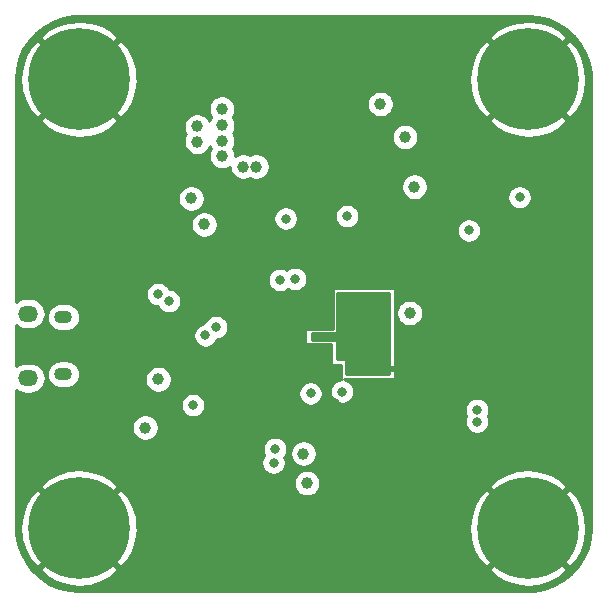
<source format=gbr>
G04 #@! TF.GenerationSoftware,KiCad,Pcbnew,5.1.5-52549c5~86~ubuntu18.04.1*
G04 #@! TF.CreationDate,2020-05-13T15:42:22-04:00*
G04 #@! TF.ProjectId,SoundBoard,536f756e-6442-46f6-9172-642e6b696361,rev?*
G04 #@! TF.SameCoordinates,Original*
G04 #@! TF.FileFunction,Copper,L2,Inr*
G04 #@! TF.FilePolarity,Positive*
%FSLAX46Y46*%
G04 Gerber Fmt 4.6, Leading zero omitted, Abs format (unit mm)*
G04 Created by KiCad (PCBNEW 5.1.5-52549c5~86~ubuntu18.04.1) date 2020-05-13 15:42:22*
%MOMM*%
%LPD*%
G04 APERTURE LIST*
%ADD10C,8.600000*%
%ADD11O,1.500000X1.100000*%
%ADD12O,1.700000X1.350000*%
%ADD13C,0.800000*%
%ADD14C,1.000000*%
%ADD15C,0.500000*%
%ADD16C,0.254000*%
G04 APERTURE END LIST*
D10*
X103800000Y-97400000D03*
X65800000Y-135400000D03*
X65800000Y-97400000D03*
X103800000Y-135400000D03*
D11*
X64485000Y-117555000D03*
X64485000Y-122395000D03*
D12*
X61485000Y-117245000D03*
X61485000Y-122705000D03*
D13*
X66100000Y-121400000D03*
X84517252Y-115652660D03*
X97900000Y-107200000D03*
D14*
X102600000Y-112200000D03*
D13*
X84900000Y-109200000D03*
X73400000Y-124700000D03*
X87500000Y-124800000D03*
X91200000Y-121700000D03*
X91600000Y-116800000D03*
X91600000Y-117700000D03*
X91700000Y-118800000D03*
X82500000Y-126400000D03*
X72000000Y-94000000D03*
X75000000Y-94000000D03*
X78000000Y-94000000D03*
X81000000Y-94000000D03*
X84000000Y-94000000D03*
X87000000Y-94000000D03*
X90000000Y-94000000D03*
X93000000Y-94000000D03*
X96000000Y-94000000D03*
X74061026Y-124655978D03*
X70000000Y-108750000D03*
X70000000Y-111750000D03*
X78000000Y-115000000D03*
X63000000Y-105000000D03*
X63000000Y-108000000D03*
X63000000Y-111000000D03*
X63000000Y-126000000D03*
X63000000Y-129000000D03*
X67000000Y-129000000D03*
X67000000Y-126000000D03*
X73000000Y-135000000D03*
X73000000Y-139000000D03*
X97000000Y-139000000D03*
X91000000Y-139000000D03*
X85000000Y-139000000D03*
X79000000Y-139000000D03*
X92000000Y-114000000D03*
X94000000Y-122000000D03*
X99000000Y-122000000D03*
X104000000Y-122000000D03*
X83000000Y-120000000D03*
X105000000Y-104000000D03*
X102000000Y-104000000D03*
X99000000Y-104000000D03*
X96000000Y-104000000D03*
X99000000Y-101000000D03*
X78000000Y-97000000D03*
X75000000Y-97000000D03*
X72000000Y-97000000D03*
X93000000Y-97000000D03*
X96000000Y-97000000D03*
X66000000Y-105000000D03*
X63000000Y-114000000D03*
X108000000Y-104000000D03*
X108000000Y-107000000D03*
X108000000Y-110000000D03*
X108000000Y-113000000D03*
X108000000Y-116000000D03*
X108000000Y-119000000D03*
X108000000Y-122000000D03*
X108000000Y-125000000D03*
X108000000Y-128000000D03*
X108000000Y-131000000D03*
X83300000Y-109200000D03*
D14*
X75800000Y-102700000D03*
X75800000Y-101400000D03*
X77900000Y-101300000D03*
X77900000Y-99900000D03*
X77900000Y-102600000D03*
X77900000Y-103900000D03*
X79700000Y-104800000D03*
X80800000Y-104800000D03*
X91300000Y-99500000D03*
X93400000Y-102300000D03*
X94200000Y-106500000D03*
X75300000Y-107500000D03*
X76400000Y-109700000D03*
X72500000Y-122800000D03*
X71400000Y-126900000D03*
X85100000Y-131600000D03*
X84800000Y-129100000D03*
D13*
X85400000Y-124000000D03*
X88077818Y-123846259D03*
X88500000Y-109000000D03*
D14*
X93800000Y-117200000D03*
D13*
X75450000Y-125000058D03*
X76500000Y-119100000D03*
X99500000Y-126400000D03*
X77400000Y-118400000D03*
X99500000Y-125400000D03*
X72500000Y-115600000D03*
X82276265Y-129874662D03*
X73400000Y-116200000D03*
X82400000Y-128700000D03*
X82800000Y-114400000D03*
X98800000Y-110200000D03*
X84100000Y-114300000D03*
X103100000Y-107400000D03*
D15*
X92600000Y-121900000D02*
X92050001Y-121900000D01*
D16*
G36*
X104671797Y-92133902D02*
G01*
X105520182Y-92347001D01*
X106322371Y-92695803D01*
X107056818Y-93170938D01*
X107703798Y-93759646D01*
X108245946Y-94446125D01*
X108668692Y-95211928D01*
X108960684Y-96036491D01*
X109116116Y-96909076D01*
X109140001Y-97415568D01*
X109140000Y-135372911D01*
X109066098Y-136271802D01*
X108852999Y-137120180D01*
X108504197Y-137922371D01*
X108029062Y-138656818D01*
X107440354Y-139303799D01*
X106753875Y-139845946D01*
X105988076Y-140268691D01*
X105163514Y-140560683D01*
X104290925Y-140716116D01*
X103784453Y-140740000D01*
X65827089Y-140740000D01*
X64928198Y-140666098D01*
X64079820Y-140452999D01*
X63277629Y-140104197D01*
X62543182Y-139629062D01*
X61896201Y-139040354D01*
X61771787Y-138882818D01*
X62496787Y-138882818D01*
X62988946Y-139485149D01*
X63839933Y-139955063D01*
X64766243Y-140249929D01*
X65732281Y-140358414D01*
X66700921Y-140276351D01*
X67634938Y-140006893D01*
X68498440Y-139560394D01*
X68611054Y-139485149D01*
X69103213Y-138882818D01*
X100496787Y-138882818D01*
X100988946Y-139485149D01*
X101839933Y-139955063D01*
X102766243Y-140249929D01*
X103732281Y-140358414D01*
X104700921Y-140276351D01*
X105634938Y-140006893D01*
X106498440Y-139560394D01*
X106611054Y-139485149D01*
X107103213Y-138882818D01*
X103800000Y-135579605D01*
X100496787Y-138882818D01*
X69103213Y-138882818D01*
X65800000Y-135579605D01*
X62496787Y-138882818D01*
X61771787Y-138882818D01*
X61354054Y-138353875D01*
X60931309Y-137588076D01*
X60639317Y-136763514D01*
X60483884Y-135890925D01*
X60460000Y-135384453D01*
X60460000Y-135332281D01*
X60841586Y-135332281D01*
X60923649Y-136300921D01*
X61193107Y-137234938D01*
X61639606Y-138098440D01*
X61714851Y-138211054D01*
X62317182Y-138703213D01*
X65620395Y-135400000D01*
X65979605Y-135400000D01*
X69282818Y-138703213D01*
X69885149Y-138211054D01*
X70355063Y-137360067D01*
X70649929Y-136433757D01*
X70758414Y-135467719D01*
X70746940Y-135332281D01*
X98841586Y-135332281D01*
X98923649Y-136300921D01*
X99193107Y-137234938D01*
X99639606Y-138098440D01*
X99714851Y-138211054D01*
X100317182Y-138703213D01*
X103620395Y-135400000D01*
X103979605Y-135400000D01*
X107282818Y-138703213D01*
X107885149Y-138211054D01*
X108355063Y-137360067D01*
X108649929Y-136433757D01*
X108758414Y-135467719D01*
X108676351Y-134499079D01*
X108406893Y-133565062D01*
X107960394Y-132701560D01*
X107885149Y-132588946D01*
X107282818Y-132096787D01*
X103979605Y-135400000D01*
X103620395Y-135400000D01*
X100317182Y-132096787D01*
X99714851Y-132588946D01*
X99244937Y-133439933D01*
X98950071Y-134366243D01*
X98841586Y-135332281D01*
X70746940Y-135332281D01*
X70676351Y-134499079D01*
X70406893Y-133565062D01*
X69960394Y-132701560D01*
X69885149Y-132588946D01*
X69282818Y-132096787D01*
X65979605Y-135400000D01*
X65620395Y-135400000D01*
X62317182Y-132096787D01*
X61714851Y-132588946D01*
X61244937Y-133439933D01*
X60950071Y-134366243D01*
X60841586Y-135332281D01*
X60460000Y-135332281D01*
X60460000Y-131917182D01*
X62496787Y-131917182D01*
X65800000Y-135220395D01*
X69103213Y-131917182D01*
X68752706Y-131488212D01*
X83965000Y-131488212D01*
X83965000Y-131711788D01*
X84008617Y-131931067D01*
X84094176Y-132137624D01*
X84218388Y-132323520D01*
X84376480Y-132481612D01*
X84562376Y-132605824D01*
X84768933Y-132691383D01*
X84988212Y-132735000D01*
X85211788Y-132735000D01*
X85431067Y-132691383D01*
X85637624Y-132605824D01*
X85823520Y-132481612D01*
X85981612Y-132323520D01*
X86105824Y-132137624D01*
X86191383Y-131931067D01*
X86194144Y-131917182D01*
X100496787Y-131917182D01*
X103800000Y-135220395D01*
X107103213Y-131917182D01*
X106611054Y-131314851D01*
X105760067Y-130844937D01*
X104833757Y-130550071D01*
X103867719Y-130441586D01*
X102899079Y-130523649D01*
X101965062Y-130793107D01*
X101101560Y-131239606D01*
X100988946Y-131314851D01*
X100496787Y-131917182D01*
X86194144Y-131917182D01*
X86235000Y-131711788D01*
X86235000Y-131488212D01*
X86191383Y-131268933D01*
X86105824Y-131062376D01*
X85981612Y-130876480D01*
X85823520Y-130718388D01*
X85637624Y-130594176D01*
X85431067Y-130508617D01*
X85211788Y-130465000D01*
X84988212Y-130465000D01*
X84768933Y-130508617D01*
X84562376Y-130594176D01*
X84376480Y-130718388D01*
X84218388Y-130876480D01*
X84094176Y-131062376D01*
X84008617Y-131268933D01*
X83965000Y-131488212D01*
X68752706Y-131488212D01*
X68611054Y-131314851D01*
X67760067Y-130844937D01*
X66833757Y-130550071D01*
X65867719Y-130441586D01*
X64899079Y-130523649D01*
X63965062Y-130793107D01*
X63101560Y-131239606D01*
X62988946Y-131314851D01*
X62496787Y-131917182D01*
X60460000Y-131917182D01*
X60460000Y-129772723D01*
X81241265Y-129772723D01*
X81241265Y-129976601D01*
X81281039Y-130176560D01*
X81359060Y-130364918D01*
X81472328Y-130534436D01*
X81616491Y-130678599D01*
X81786009Y-130791867D01*
X81974367Y-130869888D01*
X82174326Y-130909662D01*
X82378204Y-130909662D01*
X82578163Y-130869888D01*
X82766521Y-130791867D01*
X82936039Y-130678599D01*
X83080202Y-130534436D01*
X83193470Y-130364918D01*
X83271491Y-130176560D01*
X83311265Y-129976601D01*
X83311265Y-129772723D01*
X83271491Y-129572764D01*
X83193470Y-129384406D01*
X83187796Y-129375915D01*
X83203937Y-129359774D01*
X83317205Y-129190256D01*
X83395226Y-129001898D01*
X83397948Y-128988212D01*
X83665000Y-128988212D01*
X83665000Y-129211788D01*
X83708617Y-129431067D01*
X83794176Y-129637624D01*
X83918388Y-129823520D01*
X84076480Y-129981612D01*
X84262376Y-130105824D01*
X84468933Y-130191383D01*
X84688212Y-130235000D01*
X84911788Y-130235000D01*
X85131067Y-130191383D01*
X85337624Y-130105824D01*
X85523520Y-129981612D01*
X85681612Y-129823520D01*
X85805824Y-129637624D01*
X85891383Y-129431067D01*
X85935000Y-129211788D01*
X85935000Y-128988212D01*
X85891383Y-128768933D01*
X85805824Y-128562376D01*
X85681612Y-128376480D01*
X85523520Y-128218388D01*
X85337624Y-128094176D01*
X85131067Y-128008617D01*
X84911788Y-127965000D01*
X84688212Y-127965000D01*
X84468933Y-128008617D01*
X84262376Y-128094176D01*
X84076480Y-128218388D01*
X83918388Y-128376480D01*
X83794176Y-128562376D01*
X83708617Y-128768933D01*
X83665000Y-128988212D01*
X83397948Y-128988212D01*
X83435000Y-128801939D01*
X83435000Y-128598061D01*
X83395226Y-128398102D01*
X83317205Y-128209744D01*
X83203937Y-128040226D01*
X83059774Y-127896063D01*
X82890256Y-127782795D01*
X82701898Y-127704774D01*
X82501939Y-127665000D01*
X82298061Y-127665000D01*
X82098102Y-127704774D01*
X81909744Y-127782795D01*
X81740226Y-127896063D01*
X81596063Y-128040226D01*
X81482795Y-128209744D01*
X81404774Y-128398102D01*
X81365000Y-128598061D01*
X81365000Y-128801939D01*
X81404774Y-129001898D01*
X81482795Y-129190256D01*
X81488469Y-129198747D01*
X81472328Y-129214888D01*
X81359060Y-129384406D01*
X81281039Y-129572764D01*
X81241265Y-129772723D01*
X60460000Y-129772723D01*
X60460000Y-126788212D01*
X70265000Y-126788212D01*
X70265000Y-127011788D01*
X70308617Y-127231067D01*
X70394176Y-127437624D01*
X70518388Y-127623520D01*
X70676480Y-127781612D01*
X70862376Y-127905824D01*
X71068933Y-127991383D01*
X71288212Y-128035000D01*
X71511788Y-128035000D01*
X71731067Y-127991383D01*
X71937624Y-127905824D01*
X72123520Y-127781612D01*
X72281612Y-127623520D01*
X72405824Y-127437624D01*
X72491383Y-127231067D01*
X72535000Y-127011788D01*
X72535000Y-126788212D01*
X72491383Y-126568933D01*
X72405824Y-126362376D01*
X72281612Y-126176480D01*
X72123520Y-126018388D01*
X71937624Y-125894176D01*
X71731067Y-125808617D01*
X71511788Y-125765000D01*
X71288212Y-125765000D01*
X71068933Y-125808617D01*
X70862376Y-125894176D01*
X70676480Y-126018388D01*
X70518388Y-126176480D01*
X70394176Y-126362376D01*
X70308617Y-126568933D01*
X70265000Y-126788212D01*
X60460000Y-126788212D01*
X60460000Y-124898119D01*
X74415000Y-124898119D01*
X74415000Y-125101997D01*
X74454774Y-125301956D01*
X74532795Y-125490314D01*
X74646063Y-125659832D01*
X74790226Y-125803995D01*
X74959744Y-125917263D01*
X75148102Y-125995284D01*
X75348061Y-126035058D01*
X75551939Y-126035058D01*
X75751898Y-125995284D01*
X75940256Y-125917263D01*
X76109774Y-125803995D01*
X76253937Y-125659832D01*
X76367205Y-125490314D01*
X76445226Y-125301956D01*
X76446000Y-125298061D01*
X98465000Y-125298061D01*
X98465000Y-125501939D01*
X98504774Y-125701898D01*
X98582795Y-125890256D01*
X98589306Y-125900000D01*
X98582795Y-125909744D01*
X98504774Y-126098102D01*
X98465000Y-126298061D01*
X98465000Y-126501939D01*
X98504774Y-126701898D01*
X98582795Y-126890256D01*
X98696063Y-127059774D01*
X98840226Y-127203937D01*
X99009744Y-127317205D01*
X99198102Y-127395226D01*
X99398061Y-127435000D01*
X99601939Y-127435000D01*
X99801898Y-127395226D01*
X99990256Y-127317205D01*
X100159774Y-127203937D01*
X100303937Y-127059774D01*
X100417205Y-126890256D01*
X100495226Y-126701898D01*
X100535000Y-126501939D01*
X100535000Y-126298061D01*
X100495226Y-126098102D01*
X100417205Y-125909744D01*
X100410694Y-125900000D01*
X100417205Y-125890256D01*
X100495226Y-125701898D01*
X100535000Y-125501939D01*
X100535000Y-125298061D01*
X100495226Y-125098102D01*
X100417205Y-124909744D01*
X100303937Y-124740226D01*
X100159774Y-124596063D01*
X99990256Y-124482795D01*
X99801898Y-124404774D01*
X99601939Y-124365000D01*
X99398061Y-124365000D01*
X99198102Y-124404774D01*
X99009744Y-124482795D01*
X98840226Y-124596063D01*
X98696063Y-124740226D01*
X98582795Y-124909744D01*
X98504774Y-125098102D01*
X98465000Y-125298061D01*
X76446000Y-125298061D01*
X76485000Y-125101997D01*
X76485000Y-124898119D01*
X76445226Y-124698160D01*
X76367205Y-124509802D01*
X76253937Y-124340284D01*
X76109774Y-124196121D01*
X75940256Y-124082853D01*
X75751898Y-124004832D01*
X75551939Y-123965058D01*
X75348061Y-123965058D01*
X75148102Y-124004832D01*
X74959744Y-124082853D01*
X74790226Y-124196121D01*
X74646063Y-124340284D01*
X74532795Y-124509802D01*
X74454774Y-124698160D01*
X74415000Y-124898119D01*
X60460000Y-124898119D01*
X60460000Y-123702096D01*
X60578682Y-123799495D01*
X60806259Y-123921138D01*
X61053195Y-123996045D01*
X61245649Y-124015000D01*
X61724351Y-124015000D01*
X61916805Y-123996045D01*
X62163741Y-123921138D01*
X62391318Y-123799495D01*
X62590792Y-123635792D01*
X62754495Y-123436318D01*
X62876138Y-123208741D01*
X62951045Y-122961805D01*
X62976338Y-122705000D01*
X62951045Y-122448195D01*
X62934909Y-122395000D01*
X63094267Y-122395000D01*
X63117147Y-122627300D01*
X63184906Y-122850674D01*
X63294942Y-123056536D01*
X63443025Y-123236975D01*
X63623464Y-123385058D01*
X63829326Y-123495094D01*
X64052700Y-123562853D01*
X64226793Y-123580000D01*
X64743207Y-123580000D01*
X64917300Y-123562853D01*
X65140674Y-123495094D01*
X65346536Y-123385058D01*
X65526975Y-123236975D01*
X65675058Y-123056536D01*
X65785094Y-122850674D01*
X65834375Y-122688212D01*
X71365000Y-122688212D01*
X71365000Y-122911788D01*
X71408617Y-123131067D01*
X71494176Y-123337624D01*
X71618388Y-123523520D01*
X71776480Y-123681612D01*
X71962376Y-123805824D01*
X72168933Y-123891383D01*
X72388212Y-123935000D01*
X72611788Y-123935000D01*
X72797494Y-123898061D01*
X84365000Y-123898061D01*
X84365000Y-124101939D01*
X84404774Y-124301898D01*
X84482795Y-124490256D01*
X84596063Y-124659774D01*
X84740226Y-124803937D01*
X84909744Y-124917205D01*
X85098102Y-124995226D01*
X85298061Y-125035000D01*
X85501939Y-125035000D01*
X85701898Y-124995226D01*
X85890256Y-124917205D01*
X86059774Y-124803937D01*
X86203937Y-124659774D01*
X86317205Y-124490256D01*
X86395226Y-124301898D01*
X86435000Y-124101939D01*
X86435000Y-123898061D01*
X86395226Y-123698102D01*
X86317205Y-123509744D01*
X86203937Y-123340226D01*
X86059774Y-123196063D01*
X85890256Y-123082795D01*
X85701898Y-123004774D01*
X85501939Y-122965000D01*
X85298061Y-122965000D01*
X85098102Y-123004774D01*
X84909744Y-123082795D01*
X84740226Y-123196063D01*
X84596063Y-123340226D01*
X84482795Y-123509744D01*
X84404774Y-123698102D01*
X84365000Y-123898061D01*
X72797494Y-123898061D01*
X72831067Y-123891383D01*
X73037624Y-123805824D01*
X73223520Y-123681612D01*
X73381612Y-123523520D01*
X73505824Y-123337624D01*
X73591383Y-123131067D01*
X73635000Y-122911788D01*
X73635000Y-122688212D01*
X73591383Y-122468933D01*
X73505824Y-122262376D01*
X73381612Y-122076480D01*
X73223520Y-121918388D01*
X73037624Y-121794176D01*
X72831067Y-121708617D01*
X72611788Y-121665000D01*
X72388212Y-121665000D01*
X72168933Y-121708617D01*
X71962376Y-121794176D01*
X71776480Y-121918388D01*
X71618388Y-122076480D01*
X71494176Y-122262376D01*
X71408617Y-122468933D01*
X71365000Y-122688212D01*
X65834375Y-122688212D01*
X65852853Y-122627300D01*
X65875733Y-122395000D01*
X65852853Y-122162700D01*
X65785094Y-121939326D01*
X65675058Y-121733464D01*
X65526975Y-121553025D01*
X65346536Y-121404942D01*
X65140674Y-121294906D01*
X64917300Y-121227147D01*
X64743207Y-121210000D01*
X64226793Y-121210000D01*
X64052700Y-121227147D01*
X63829326Y-121294906D01*
X63623464Y-121404942D01*
X63443025Y-121553025D01*
X63294942Y-121733464D01*
X63184906Y-121939326D01*
X63117147Y-122162700D01*
X63094267Y-122395000D01*
X62934909Y-122395000D01*
X62876138Y-122201259D01*
X62754495Y-121973682D01*
X62590792Y-121774208D01*
X62391318Y-121610505D01*
X62163741Y-121488862D01*
X61916805Y-121413955D01*
X61724351Y-121395000D01*
X61245649Y-121395000D01*
X61053195Y-121413955D01*
X60806259Y-121488862D01*
X60578682Y-121610505D01*
X60460000Y-121707904D01*
X60460000Y-118998061D01*
X75465000Y-118998061D01*
X75465000Y-119201939D01*
X75504774Y-119401898D01*
X75582795Y-119590256D01*
X75696063Y-119759774D01*
X75840226Y-119903937D01*
X76009744Y-120017205D01*
X76198102Y-120095226D01*
X76398061Y-120135000D01*
X76601939Y-120135000D01*
X76801898Y-120095226D01*
X76990256Y-120017205D01*
X77159774Y-119903937D01*
X77303937Y-119759774D01*
X77417205Y-119590256D01*
X77481515Y-119435000D01*
X77501939Y-119435000D01*
X77701898Y-119395226D01*
X77890256Y-119317205D01*
X78059774Y-119203937D01*
X78203937Y-119059774D01*
X78317205Y-118890256D01*
X78395226Y-118701898D01*
X78395603Y-118700000D01*
X84973000Y-118700000D01*
X84973000Y-119700000D01*
X84975440Y-119724776D01*
X84982667Y-119748601D01*
X84994403Y-119770557D01*
X85010197Y-119789803D01*
X85029443Y-119805597D01*
X85051399Y-119817333D01*
X85075224Y-119824560D01*
X85100000Y-119827000D01*
X87173000Y-119827000D01*
X87173000Y-121500000D01*
X87175440Y-121524776D01*
X87182667Y-121548601D01*
X87194403Y-121570557D01*
X87210197Y-121589803D01*
X87229443Y-121605597D01*
X87251399Y-121617333D01*
X87275224Y-121624560D01*
X87300000Y-121627000D01*
X87973000Y-121627000D01*
X87973000Y-122700000D01*
X87975440Y-122724776D01*
X87982667Y-122748601D01*
X87994403Y-122770557D01*
X88010197Y-122789803D01*
X88029443Y-122805597D01*
X88040036Y-122811259D01*
X87975879Y-122811259D01*
X87775920Y-122851033D01*
X87587562Y-122929054D01*
X87418044Y-123042322D01*
X87273881Y-123186485D01*
X87160613Y-123356003D01*
X87082592Y-123544361D01*
X87042818Y-123744320D01*
X87042818Y-123948198D01*
X87082592Y-124148157D01*
X87160613Y-124336515D01*
X87273881Y-124506033D01*
X87418044Y-124650196D01*
X87587562Y-124763464D01*
X87775920Y-124841485D01*
X87975879Y-124881259D01*
X88179757Y-124881259D01*
X88379716Y-124841485D01*
X88568074Y-124763464D01*
X88737592Y-124650196D01*
X88881755Y-124506033D01*
X88995023Y-124336515D01*
X89073044Y-124148157D01*
X89112818Y-123948198D01*
X89112818Y-123744320D01*
X89073044Y-123544361D01*
X88995023Y-123356003D01*
X88881755Y-123186485D01*
X88737592Y-123042322D01*
X88568074Y-122929054D01*
X88379716Y-122851033D01*
X88258893Y-122827000D01*
X92387500Y-122827000D01*
X92412276Y-122824560D01*
X92436101Y-122817333D01*
X92458057Y-122805597D01*
X92477303Y-122789803D01*
X92493097Y-122770557D01*
X92504833Y-122748601D01*
X92512060Y-122724776D01*
X92514499Y-122700423D01*
X92533206Y-117088212D01*
X92665000Y-117088212D01*
X92665000Y-117311788D01*
X92708617Y-117531067D01*
X92794176Y-117737624D01*
X92918388Y-117923520D01*
X93076480Y-118081612D01*
X93262376Y-118205824D01*
X93468933Y-118291383D01*
X93688212Y-118335000D01*
X93911788Y-118335000D01*
X94131067Y-118291383D01*
X94337624Y-118205824D01*
X94523520Y-118081612D01*
X94681612Y-117923520D01*
X94805824Y-117737624D01*
X94891383Y-117531067D01*
X94935000Y-117311788D01*
X94935000Y-117088212D01*
X94891383Y-116868933D01*
X94805824Y-116662376D01*
X94681612Y-116476480D01*
X94523520Y-116318388D01*
X94337624Y-116194176D01*
X94131067Y-116108617D01*
X93911788Y-116065000D01*
X93688212Y-116065000D01*
X93468933Y-116108617D01*
X93262376Y-116194176D01*
X93076480Y-116318388D01*
X92918388Y-116476480D01*
X92794176Y-116662376D01*
X92708617Y-116868933D01*
X92665000Y-117088212D01*
X92533206Y-117088212D01*
X92539499Y-115200423D01*
X92537142Y-115175639D01*
X92529994Y-115151791D01*
X92518331Y-115129795D01*
X92502601Y-115110497D01*
X92483409Y-115094639D01*
X92461492Y-115082830D01*
X92437692Y-115075524D01*
X92412500Y-115073000D01*
X87400000Y-115073000D01*
X87375224Y-115075440D01*
X87351399Y-115082667D01*
X87329443Y-115094403D01*
X87310197Y-115110197D01*
X87294403Y-115129443D01*
X87282667Y-115151399D01*
X87275440Y-115175224D01*
X87273000Y-115200000D01*
X87273000Y-118573000D01*
X85100000Y-118573000D01*
X85075224Y-118575440D01*
X85051399Y-118582667D01*
X85029443Y-118594403D01*
X85010197Y-118610197D01*
X84994403Y-118629443D01*
X84982667Y-118651399D01*
X84975440Y-118675224D01*
X84973000Y-118700000D01*
X78395603Y-118700000D01*
X78435000Y-118501939D01*
X78435000Y-118298061D01*
X78395226Y-118098102D01*
X78317205Y-117909744D01*
X78203937Y-117740226D01*
X78059774Y-117596063D01*
X77890256Y-117482795D01*
X77701898Y-117404774D01*
X77501939Y-117365000D01*
X77298061Y-117365000D01*
X77098102Y-117404774D01*
X76909744Y-117482795D01*
X76740226Y-117596063D01*
X76596063Y-117740226D01*
X76482795Y-117909744D01*
X76418485Y-118065000D01*
X76398061Y-118065000D01*
X76198102Y-118104774D01*
X76009744Y-118182795D01*
X75840226Y-118296063D01*
X75696063Y-118440226D01*
X75582795Y-118609744D01*
X75504774Y-118798102D01*
X75465000Y-118998061D01*
X60460000Y-118998061D01*
X60460000Y-118242096D01*
X60578682Y-118339495D01*
X60806259Y-118461138D01*
X61053195Y-118536045D01*
X61245649Y-118555000D01*
X61724351Y-118555000D01*
X61916805Y-118536045D01*
X62163741Y-118461138D01*
X62391318Y-118339495D01*
X62590792Y-118175792D01*
X62754495Y-117976318D01*
X62876138Y-117748741D01*
X62934908Y-117555000D01*
X63094267Y-117555000D01*
X63117147Y-117787300D01*
X63184906Y-118010674D01*
X63294942Y-118216536D01*
X63443025Y-118396975D01*
X63623464Y-118545058D01*
X63829326Y-118655094D01*
X64052700Y-118722853D01*
X64226793Y-118740000D01*
X64743207Y-118740000D01*
X64917300Y-118722853D01*
X65140674Y-118655094D01*
X65346536Y-118545058D01*
X65526975Y-118396975D01*
X65675058Y-118216536D01*
X65785094Y-118010674D01*
X65852853Y-117787300D01*
X65875733Y-117555000D01*
X65852853Y-117322700D01*
X65785094Y-117099326D01*
X65675058Y-116893464D01*
X65526975Y-116713025D01*
X65346536Y-116564942D01*
X65140674Y-116454906D01*
X64917300Y-116387147D01*
X64743207Y-116370000D01*
X64226793Y-116370000D01*
X64052700Y-116387147D01*
X63829326Y-116454906D01*
X63623464Y-116564942D01*
X63443025Y-116713025D01*
X63294942Y-116893464D01*
X63184906Y-117099326D01*
X63117147Y-117322700D01*
X63094267Y-117555000D01*
X62934908Y-117555000D01*
X62951045Y-117501805D01*
X62976338Y-117245000D01*
X62951045Y-116988195D01*
X62876138Y-116741259D01*
X62754495Y-116513682D01*
X62590792Y-116314208D01*
X62391318Y-116150505D01*
X62163741Y-116028862D01*
X61916805Y-115953955D01*
X61724351Y-115935000D01*
X61245649Y-115935000D01*
X61053195Y-115953955D01*
X60806259Y-116028862D01*
X60578682Y-116150505D01*
X60460000Y-116247904D01*
X60460000Y-115498061D01*
X71465000Y-115498061D01*
X71465000Y-115701939D01*
X71504774Y-115901898D01*
X71582795Y-116090256D01*
X71696063Y-116259774D01*
X71840226Y-116403937D01*
X72009744Y-116517205D01*
X72198102Y-116595226D01*
X72398061Y-116635000D01*
X72459907Y-116635000D01*
X72482795Y-116690256D01*
X72596063Y-116859774D01*
X72740226Y-117003937D01*
X72909744Y-117117205D01*
X73098102Y-117195226D01*
X73298061Y-117235000D01*
X73501939Y-117235000D01*
X73701898Y-117195226D01*
X73890256Y-117117205D01*
X74059774Y-117003937D01*
X74203937Y-116859774D01*
X74317205Y-116690256D01*
X74395226Y-116501898D01*
X74435000Y-116301939D01*
X74435000Y-116098061D01*
X74395226Y-115898102D01*
X74317205Y-115709744D01*
X74203937Y-115540226D01*
X74059774Y-115396063D01*
X73890256Y-115282795D01*
X73701898Y-115204774D01*
X73501939Y-115165000D01*
X73440093Y-115165000D01*
X73417205Y-115109744D01*
X73303937Y-114940226D01*
X73159774Y-114796063D01*
X72990256Y-114682795D01*
X72801898Y-114604774D01*
X72601939Y-114565000D01*
X72398061Y-114565000D01*
X72198102Y-114604774D01*
X72009744Y-114682795D01*
X71840226Y-114796063D01*
X71696063Y-114940226D01*
X71582795Y-115109744D01*
X71504774Y-115298102D01*
X71465000Y-115498061D01*
X60460000Y-115498061D01*
X60460000Y-114298061D01*
X81765000Y-114298061D01*
X81765000Y-114501939D01*
X81804774Y-114701898D01*
X81882795Y-114890256D01*
X81996063Y-115059774D01*
X82140226Y-115203937D01*
X82309744Y-115317205D01*
X82498102Y-115395226D01*
X82698061Y-115435000D01*
X82901939Y-115435000D01*
X83101898Y-115395226D01*
X83290256Y-115317205D01*
X83459774Y-115203937D01*
X83511890Y-115151821D01*
X83609744Y-115217205D01*
X83798102Y-115295226D01*
X83998061Y-115335000D01*
X84201939Y-115335000D01*
X84401898Y-115295226D01*
X84590256Y-115217205D01*
X84759774Y-115103937D01*
X84903937Y-114959774D01*
X85017205Y-114790256D01*
X85095226Y-114601898D01*
X85135000Y-114401939D01*
X85135000Y-114198061D01*
X85095226Y-113998102D01*
X85017205Y-113809744D01*
X84903937Y-113640226D01*
X84759774Y-113496063D01*
X84590256Y-113382795D01*
X84401898Y-113304774D01*
X84201939Y-113265000D01*
X83998061Y-113265000D01*
X83798102Y-113304774D01*
X83609744Y-113382795D01*
X83440226Y-113496063D01*
X83388110Y-113548179D01*
X83290256Y-113482795D01*
X83101898Y-113404774D01*
X82901939Y-113365000D01*
X82698061Y-113365000D01*
X82498102Y-113404774D01*
X82309744Y-113482795D01*
X82140226Y-113596063D01*
X81996063Y-113740226D01*
X81882795Y-113909744D01*
X81804774Y-114098102D01*
X81765000Y-114298061D01*
X60460000Y-114298061D01*
X60460000Y-109588212D01*
X75265000Y-109588212D01*
X75265000Y-109811788D01*
X75308617Y-110031067D01*
X75394176Y-110237624D01*
X75518388Y-110423520D01*
X75676480Y-110581612D01*
X75862376Y-110705824D01*
X76068933Y-110791383D01*
X76288212Y-110835000D01*
X76511788Y-110835000D01*
X76731067Y-110791383D01*
X76937624Y-110705824D01*
X77123520Y-110581612D01*
X77281612Y-110423520D01*
X77405824Y-110237624D01*
X77491383Y-110031067D01*
X77535000Y-109811788D01*
X77535000Y-109588212D01*
X77491383Y-109368933D01*
X77405824Y-109162376D01*
X77362850Y-109098061D01*
X82265000Y-109098061D01*
X82265000Y-109301939D01*
X82304774Y-109501898D01*
X82382795Y-109690256D01*
X82496063Y-109859774D01*
X82640226Y-110003937D01*
X82809744Y-110117205D01*
X82998102Y-110195226D01*
X83198061Y-110235000D01*
X83401939Y-110235000D01*
X83601898Y-110195226D01*
X83790256Y-110117205D01*
X83818907Y-110098061D01*
X97765000Y-110098061D01*
X97765000Y-110301939D01*
X97804774Y-110501898D01*
X97882795Y-110690256D01*
X97996063Y-110859774D01*
X98140226Y-111003937D01*
X98309744Y-111117205D01*
X98498102Y-111195226D01*
X98698061Y-111235000D01*
X98901939Y-111235000D01*
X99101898Y-111195226D01*
X99290256Y-111117205D01*
X99459774Y-111003937D01*
X99603937Y-110859774D01*
X99717205Y-110690256D01*
X99795226Y-110501898D01*
X99835000Y-110301939D01*
X99835000Y-110098061D01*
X99795226Y-109898102D01*
X99717205Y-109709744D01*
X99603937Y-109540226D01*
X99459774Y-109396063D01*
X99290256Y-109282795D01*
X99101898Y-109204774D01*
X98901939Y-109165000D01*
X98698061Y-109165000D01*
X98498102Y-109204774D01*
X98309744Y-109282795D01*
X98140226Y-109396063D01*
X97996063Y-109540226D01*
X97882795Y-109709744D01*
X97804774Y-109898102D01*
X97765000Y-110098061D01*
X83818907Y-110098061D01*
X83959774Y-110003937D01*
X84103937Y-109859774D01*
X84217205Y-109690256D01*
X84295226Y-109501898D01*
X84335000Y-109301939D01*
X84335000Y-109098061D01*
X84295226Y-108898102D01*
X84295210Y-108898061D01*
X87465000Y-108898061D01*
X87465000Y-109101939D01*
X87504774Y-109301898D01*
X87582795Y-109490256D01*
X87696063Y-109659774D01*
X87840226Y-109803937D01*
X88009744Y-109917205D01*
X88198102Y-109995226D01*
X88398061Y-110035000D01*
X88601939Y-110035000D01*
X88801898Y-109995226D01*
X88990256Y-109917205D01*
X89159774Y-109803937D01*
X89303937Y-109659774D01*
X89417205Y-109490256D01*
X89495226Y-109301898D01*
X89535000Y-109101939D01*
X89535000Y-108898061D01*
X89495226Y-108698102D01*
X89417205Y-108509744D01*
X89303937Y-108340226D01*
X89159774Y-108196063D01*
X88990256Y-108082795D01*
X88801898Y-108004774D01*
X88601939Y-107965000D01*
X88398061Y-107965000D01*
X88198102Y-108004774D01*
X88009744Y-108082795D01*
X87840226Y-108196063D01*
X87696063Y-108340226D01*
X87582795Y-108509744D01*
X87504774Y-108698102D01*
X87465000Y-108898061D01*
X84295210Y-108898061D01*
X84217205Y-108709744D01*
X84103937Y-108540226D01*
X83959774Y-108396063D01*
X83790256Y-108282795D01*
X83601898Y-108204774D01*
X83401939Y-108165000D01*
X83198061Y-108165000D01*
X82998102Y-108204774D01*
X82809744Y-108282795D01*
X82640226Y-108396063D01*
X82496063Y-108540226D01*
X82382795Y-108709744D01*
X82304774Y-108898102D01*
X82265000Y-109098061D01*
X77362850Y-109098061D01*
X77281612Y-108976480D01*
X77123520Y-108818388D01*
X76937624Y-108694176D01*
X76731067Y-108608617D01*
X76511788Y-108565000D01*
X76288212Y-108565000D01*
X76068933Y-108608617D01*
X75862376Y-108694176D01*
X75676480Y-108818388D01*
X75518388Y-108976480D01*
X75394176Y-109162376D01*
X75308617Y-109368933D01*
X75265000Y-109588212D01*
X60460000Y-109588212D01*
X60460000Y-107388212D01*
X74165000Y-107388212D01*
X74165000Y-107611788D01*
X74208617Y-107831067D01*
X74294176Y-108037624D01*
X74418388Y-108223520D01*
X74576480Y-108381612D01*
X74762376Y-108505824D01*
X74968933Y-108591383D01*
X75188212Y-108635000D01*
X75411788Y-108635000D01*
X75631067Y-108591383D01*
X75837624Y-108505824D01*
X76023520Y-108381612D01*
X76181612Y-108223520D01*
X76305824Y-108037624D01*
X76391383Y-107831067D01*
X76435000Y-107611788D01*
X76435000Y-107388212D01*
X76391383Y-107168933D01*
X76305824Y-106962376D01*
X76181612Y-106776480D01*
X76023520Y-106618388D01*
X75837624Y-106494176D01*
X75631067Y-106408617D01*
X75528484Y-106388212D01*
X93065000Y-106388212D01*
X93065000Y-106611788D01*
X93108617Y-106831067D01*
X93194176Y-107037624D01*
X93318388Y-107223520D01*
X93476480Y-107381612D01*
X93662376Y-107505824D01*
X93868933Y-107591383D01*
X94088212Y-107635000D01*
X94311788Y-107635000D01*
X94531067Y-107591383D01*
X94737624Y-107505824D01*
X94923520Y-107381612D01*
X95007071Y-107298061D01*
X102065000Y-107298061D01*
X102065000Y-107501939D01*
X102104774Y-107701898D01*
X102182795Y-107890256D01*
X102296063Y-108059774D01*
X102440226Y-108203937D01*
X102609744Y-108317205D01*
X102798102Y-108395226D01*
X102998061Y-108435000D01*
X103201939Y-108435000D01*
X103401898Y-108395226D01*
X103590256Y-108317205D01*
X103759774Y-108203937D01*
X103903937Y-108059774D01*
X104017205Y-107890256D01*
X104095226Y-107701898D01*
X104135000Y-107501939D01*
X104135000Y-107298061D01*
X104095226Y-107098102D01*
X104017205Y-106909744D01*
X103903937Y-106740226D01*
X103759774Y-106596063D01*
X103590256Y-106482795D01*
X103401898Y-106404774D01*
X103201939Y-106365000D01*
X102998061Y-106365000D01*
X102798102Y-106404774D01*
X102609744Y-106482795D01*
X102440226Y-106596063D01*
X102296063Y-106740226D01*
X102182795Y-106909744D01*
X102104774Y-107098102D01*
X102065000Y-107298061D01*
X95007071Y-107298061D01*
X95081612Y-107223520D01*
X95205824Y-107037624D01*
X95291383Y-106831067D01*
X95335000Y-106611788D01*
X95335000Y-106388212D01*
X95291383Y-106168933D01*
X95205824Y-105962376D01*
X95081612Y-105776480D01*
X94923520Y-105618388D01*
X94737624Y-105494176D01*
X94531067Y-105408617D01*
X94311788Y-105365000D01*
X94088212Y-105365000D01*
X93868933Y-105408617D01*
X93662376Y-105494176D01*
X93476480Y-105618388D01*
X93318388Y-105776480D01*
X93194176Y-105962376D01*
X93108617Y-106168933D01*
X93065000Y-106388212D01*
X75528484Y-106388212D01*
X75411788Y-106365000D01*
X75188212Y-106365000D01*
X74968933Y-106408617D01*
X74762376Y-106494176D01*
X74576480Y-106618388D01*
X74418388Y-106776480D01*
X74294176Y-106962376D01*
X74208617Y-107168933D01*
X74165000Y-107388212D01*
X60460000Y-107388212D01*
X60460000Y-100882818D01*
X62496787Y-100882818D01*
X62988946Y-101485149D01*
X63839933Y-101955063D01*
X64766243Y-102249929D01*
X65732281Y-102358414D01*
X66700921Y-102276351D01*
X67634938Y-102006893D01*
X68498440Y-101560394D01*
X68611054Y-101485149D01*
X68771969Y-101288212D01*
X74665000Y-101288212D01*
X74665000Y-101511788D01*
X74708617Y-101731067D01*
X74794176Y-101937624D01*
X74869263Y-102050000D01*
X74794176Y-102162376D01*
X74708617Y-102368933D01*
X74665000Y-102588212D01*
X74665000Y-102811788D01*
X74708617Y-103031067D01*
X74794176Y-103237624D01*
X74918388Y-103423520D01*
X75076480Y-103581612D01*
X75262376Y-103705824D01*
X75468933Y-103791383D01*
X75688212Y-103835000D01*
X75911788Y-103835000D01*
X76131067Y-103791383D01*
X76337624Y-103705824D01*
X76523520Y-103581612D01*
X76681612Y-103423520D01*
X76805824Y-103237624D01*
X76870711Y-103080974D01*
X76894176Y-103137624D01*
X76969263Y-103250000D01*
X76894176Y-103362376D01*
X76808617Y-103568933D01*
X76765000Y-103788212D01*
X76765000Y-104011788D01*
X76808617Y-104231067D01*
X76894176Y-104437624D01*
X77018388Y-104623520D01*
X77176480Y-104781612D01*
X77362376Y-104905824D01*
X77568933Y-104991383D01*
X77788212Y-105035000D01*
X78011788Y-105035000D01*
X78231067Y-104991383D01*
X78437624Y-104905824D01*
X78565000Y-104820714D01*
X78565000Y-104911788D01*
X78608617Y-105131067D01*
X78694176Y-105337624D01*
X78818388Y-105523520D01*
X78976480Y-105681612D01*
X79162376Y-105805824D01*
X79368933Y-105891383D01*
X79588212Y-105935000D01*
X79811788Y-105935000D01*
X80031067Y-105891383D01*
X80237624Y-105805824D01*
X80250000Y-105797555D01*
X80262376Y-105805824D01*
X80468933Y-105891383D01*
X80688212Y-105935000D01*
X80911788Y-105935000D01*
X81131067Y-105891383D01*
X81337624Y-105805824D01*
X81523520Y-105681612D01*
X81681612Y-105523520D01*
X81805824Y-105337624D01*
X81891383Y-105131067D01*
X81935000Y-104911788D01*
X81935000Y-104688212D01*
X81891383Y-104468933D01*
X81805824Y-104262376D01*
X81681612Y-104076480D01*
X81523520Y-103918388D01*
X81337624Y-103794176D01*
X81131067Y-103708617D01*
X80911788Y-103665000D01*
X80688212Y-103665000D01*
X80468933Y-103708617D01*
X80262376Y-103794176D01*
X80250000Y-103802445D01*
X80237624Y-103794176D01*
X80031067Y-103708617D01*
X79811788Y-103665000D01*
X79588212Y-103665000D01*
X79368933Y-103708617D01*
X79162376Y-103794176D01*
X79035000Y-103879286D01*
X79035000Y-103788212D01*
X78991383Y-103568933D01*
X78905824Y-103362376D01*
X78830737Y-103250000D01*
X78905824Y-103137624D01*
X78991383Y-102931067D01*
X79035000Y-102711788D01*
X79035000Y-102488212D01*
X78991383Y-102268933D01*
X78957948Y-102188212D01*
X92265000Y-102188212D01*
X92265000Y-102411788D01*
X92308617Y-102631067D01*
X92394176Y-102837624D01*
X92518388Y-103023520D01*
X92676480Y-103181612D01*
X92862376Y-103305824D01*
X93068933Y-103391383D01*
X93288212Y-103435000D01*
X93511788Y-103435000D01*
X93731067Y-103391383D01*
X93937624Y-103305824D01*
X94123520Y-103181612D01*
X94281612Y-103023520D01*
X94405824Y-102837624D01*
X94491383Y-102631067D01*
X94535000Y-102411788D01*
X94535000Y-102188212D01*
X94491383Y-101968933D01*
X94405824Y-101762376D01*
X94281612Y-101576480D01*
X94123520Y-101418388D01*
X93937624Y-101294176D01*
X93731067Y-101208617D01*
X93511788Y-101165000D01*
X93288212Y-101165000D01*
X93068933Y-101208617D01*
X92862376Y-101294176D01*
X92676480Y-101418388D01*
X92518388Y-101576480D01*
X92394176Y-101762376D01*
X92308617Y-101968933D01*
X92265000Y-102188212D01*
X78957948Y-102188212D01*
X78905824Y-102062376D01*
X78830737Y-101950000D01*
X78905824Y-101837624D01*
X78991383Y-101631067D01*
X79035000Y-101411788D01*
X79035000Y-101188212D01*
X78991383Y-100968933D01*
X78955713Y-100882818D01*
X100496787Y-100882818D01*
X100988946Y-101485149D01*
X101839933Y-101955063D01*
X102766243Y-102249929D01*
X103732281Y-102358414D01*
X104700921Y-102276351D01*
X105634938Y-102006893D01*
X106498440Y-101560394D01*
X106611054Y-101485149D01*
X107103213Y-100882818D01*
X103800000Y-97579605D01*
X100496787Y-100882818D01*
X78955713Y-100882818D01*
X78905824Y-100762376D01*
X78797328Y-100600000D01*
X78905824Y-100437624D01*
X78991383Y-100231067D01*
X79035000Y-100011788D01*
X79035000Y-99788212D01*
X78991383Y-99568933D01*
X78916526Y-99388212D01*
X90165000Y-99388212D01*
X90165000Y-99611788D01*
X90208617Y-99831067D01*
X90294176Y-100037624D01*
X90418388Y-100223520D01*
X90576480Y-100381612D01*
X90762376Y-100505824D01*
X90968933Y-100591383D01*
X91188212Y-100635000D01*
X91411788Y-100635000D01*
X91631067Y-100591383D01*
X91837624Y-100505824D01*
X92023520Y-100381612D01*
X92181612Y-100223520D01*
X92305824Y-100037624D01*
X92391383Y-99831067D01*
X92435000Y-99611788D01*
X92435000Y-99388212D01*
X92391383Y-99168933D01*
X92305824Y-98962376D01*
X92181612Y-98776480D01*
X92023520Y-98618388D01*
X91837624Y-98494176D01*
X91631067Y-98408617D01*
X91411788Y-98365000D01*
X91188212Y-98365000D01*
X90968933Y-98408617D01*
X90762376Y-98494176D01*
X90576480Y-98618388D01*
X90418388Y-98776480D01*
X90294176Y-98962376D01*
X90208617Y-99168933D01*
X90165000Y-99388212D01*
X78916526Y-99388212D01*
X78905824Y-99362376D01*
X78781612Y-99176480D01*
X78623520Y-99018388D01*
X78437624Y-98894176D01*
X78231067Y-98808617D01*
X78011788Y-98765000D01*
X77788212Y-98765000D01*
X77568933Y-98808617D01*
X77362376Y-98894176D01*
X77176480Y-99018388D01*
X77018388Y-99176480D01*
X76894176Y-99362376D01*
X76808617Y-99568933D01*
X76765000Y-99788212D01*
X76765000Y-100011788D01*
X76808617Y-100231067D01*
X76894176Y-100437624D01*
X77002672Y-100600000D01*
X76894176Y-100762376D01*
X76829289Y-100919026D01*
X76805824Y-100862376D01*
X76681612Y-100676480D01*
X76523520Y-100518388D01*
X76337624Y-100394176D01*
X76131067Y-100308617D01*
X75911788Y-100265000D01*
X75688212Y-100265000D01*
X75468933Y-100308617D01*
X75262376Y-100394176D01*
X75076480Y-100518388D01*
X74918388Y-100676480D01*
X74794176Y-100862376D01*
X74708617Y-101068933D01*
X74665000Y-101288212D01*
X68771969Y-101288212D01*
X69103213Y-100882818D01*
X65800000Y-97579605D01*
X62496787Y-100882818D01*
X60460000Y-100882818D01*
X60460000Y-97427089D01*
X60467794Y-97332281D01*
X60841586Y-97332281D01*
X60923649Y-98300921D01*
X61193107Y-99234938D01*
X61639606Y-100098440D01*
X61714851Y-100211054D01*
X62317182Y-100703213D01*
X65620395Y-97400000D01*
X65979605Y-97400000D01*
X69282818Y-100703213D01*
X69885149Y-100211054D01*
X70355063Y-99360067D01*
X70649929Y-98433757D01*
X70758414Y-97467719D01*
X70746940Y-97332281D01*
X98841586Y-97332281D01*
X98923649Y-98300921D01*
X99193107Y-99234938D01*
X99639606Y-100098440D01*
X99714851Y-100211054D01*
X100317182Y-100703213D01*
X103620395Y-97400000D01*
X103979605Y-97400000D01*
X107282818Y-100703213D01*
X107885149Y-100211054D01*
X108355063Y-99360067D01*
X108649929Y-98433757D01*
X108758414Y-97467719D01*
X108676351Y-96499079D01*
X108406893Y-95565062D01*
X107960394Y-94701560D01*
X107885149Y-94588946D01*
X107282818Y-94096787D01*
X103979605Y-97400000D01*
X103620395Y-97400000D01*
X100317182Y-94096787D01*
X99714851Y-94588946D01*
X99244937Y-95439933D01*
X98950071Y-96366243D01*
X98841586Y-97332281D01*
X70746940Y-97332281D01*
X70676351Y-96499079D01*
X70406893Y-95565062D01*
X69960394Y-94701560D01*
X69885149Y-94588946D01*
X69282818Y-94096787D01*
X65979605Y-97400000D01*
X65620395Y-97400000D01*
X62317182Y-94096787D01*
X61714851Y-94588946D01*
X61244937Y-95439933D01*
X60950071Y-96366243D01*
X60841586Y-97332281D01*
X60467794Y-97332281D01*
X60533902Y-96528203D01*
X60747001Y-95679818D01*
X61095803Y-94877629D01*
X61570938Y-94143182D01*
X61776582Y-93917182D01*
X62496787Y-93917182D01*
X65800000Y-97220395D01*
X69103213Y-93917182D01*
X100496787Y-93917182D01*
X103800000Y-97220395D01*
X107103213Y-93917182D01*
X106611054Y-93314851D01*
X105760067Y-92844937D01*
X104833757Y-92550071D01*
X103867719Y-92441586D01*
X102899079Y-92523649D01*
X101965062Y-92793107D01*
X101101560Y-93239606D01*
X100988946Y-93314851D01*
X100496787Y-93917182D01*
X69103213Y-93917182D01*
X68611054Y-93314851D01*
X67760067Y-92844937D01*
X66833757Y-92550071D01*
X65867719Y-92441586D01*
X64899079Y-92523649D01*
X63965062Y-92793107D01*
X63101560Y-93239606D01*
X62988946Y-93314851D01*
X62496787Y-93917182D01*
X61776582Y-93917182D01*
X62159646Y-93496202D01*
X62846125Y-92954054D01*
X63611928Y-92531308D01*
X64436491Y-92239316D01*
X65309076Y-92083884D01*
X65815547Y-92060000D01*
X103772911Y-92060000D01*
X104671797Y-92133902D01*
G37*
X104671797Y-92133902D02*
X105520182Y-92347001D01*
X106322371Y-92695803D01*
X107056818Y-93170938D01*
X107703798Y-93759646D01*
X108245946Y-94446125D01*
X108668692Y-95211928D01*
X108960684Y-96036491D01*
X109116116Y-96909076D01*
X109140001Y-97415568D01*
X109140000Y-135372911D01*
X109066098Y-136271802D01*
X108852999Y-137120180D01*
X108504197Y-137922371D01*
X108029062Y-138656818D01*
X107440354Y-139303799D01*
X106753875Y-139845946D01*
X105988076Y-140268691D01*
X105163514Y-140560683D01*
X104290925Y-140716116D01*
X103784453Y-140740000D01*
X65827089Y-140740000D01*
X64928198Y-140666098D01*
X64079820Y-140452999D01*
X63277629Y-140104197D01*
X62543182Y-139629062D01*
X61896201Y-139040354D01*
X61771787Y-138882818D01*
X62496787Y-138882818D01*
X62988946Y-139485149D01*
X63839933Y-139955063D01*
X64766243Y-140249929D01*
X65732281Y-140358414D01*
X66700921Y-140276351D01*
X67634938Y-140006893D01*
X68498440Y-139560394D01*
X68611054Y-139485149D01*
X69103213Y-138882818D01*
X100496787Y-138882818D01*
X100988946Y-139485149D01*
X101839933Y-139955063D01*
X102766243Y-140249929D01*
X103732281Y-140358414D01*
X104700921Y-140276351D01*
X105634938Y-140006893D01*
X106498440Y-139560394D01*
X106611054Y-139485149D01*
X107103213Y-138882818D01*
X103800000Y-135579605D01*
X100496787Y-138882818D01*
X69103213Y-138882818D01*
X65800000Y-135579605D01*
X62496787Y-138882818D01*
X61771787Y-138882818D01*
X61354054Y-138353875D01*
X60931309Y-137588076D01*
X60639317Y-136763514D01*
X60483884Y-135890925D01*
X60460000Y-135384453D01*
X60460000Y-135332281D01*
X60841586Y-135332281D01*
X60923649Y-136300921D01*
X61193107Y-137234938D01*
X61639606Y-138098440D01*
X61714851Y-138211054D01*
X62317182Y-138703213D01*
X65620395Y-135400000D01*
X65979605Y-135400000D01*
X69282818Y-138703213D01*
X69885149Y-138211054D01*
X70355063Y-137360067D01*
X70649929Y-136433757D01*
X70758414Y-135467719D01*
X70746940Y-135332281D01*
X98841586Y-135332281D01*
X98923649Y-136300921D01*
X99193107Y-137234938D01*
X99639606Y-138098440D01*
X99714851Y-138211054D01*
X100317182Y-138703213D01*
X103620395Y-135400000D01*
X103979605Y-135400000D01*
X107282818Y-138703213D01*
X107885149Y-138211054D01*
X108355063Y-137360067D01*
X108649929Y-136433757D01*
X108758414Y-135467719D01*
X108676351Y-134499079D01*
X108406893Y-133565062D01*
X107960394Y-132701560D01*
X107885149Y-132588946D01*
X107282818Y-132096787D01*
X103979605Y-135400000D01*
X103620395Y-135400000D01*
X100317182Y-132096787D01*
X99714851Y-132588946D01*
X99244937Y-133439933D01*
X98950071Y-134366243D01*
X98841586Y-135332281D01*
X70746940Y-135332281D01*
X70676351Y-134499079D01*
X70406893Y-133565062D01*
X69960394Y-132701560D01*
X69885149Y-132588946D01*
X69282818Y-132096787D01*
X65979605Y-135400000D01*
X65620395Y-135400000D01*
X62317182Y-132096787D01*
X61714851Y-132588946D01*
X61244937Y-133439933D01*
X60950071Y-134366243D01*
X60841586Y-135332281D01*
X60460000Y-135332281D01*
X60460000Y-131917182D01*
X62496787Y-131917182D01*
X65800000Y-135220395D01*
X69103213Y-131917182D01*
X68752706Y-131488212D01*
X83965000Y-131488212D01*
X83965000Y-131711788D01*
X84008617Y-131931067D01*
X84094176Y-132137624D01*
X84218388Y-132323520D01*
X84376480Y-132481612D01*
X84562376Y-132605824D01*
X84768933Y-132691383D01*
X84988212Y-132735000D01*
X85211788Y-132735000D01*
X85431067Y-132691383D01*
X85637624Y-132605824D01*
X85823520Y-132481612D01*
X85981612Y-132323520D01*
X86105824Y-132137624D01*
X86191383Y-131931067D01*
X86194144Y-131917182D01*
X100496787Y-131917182D01*
X103800000Y-135220395D01*
X107103213Y-131917182D01*
X106611054Y-131314851D01*
X105760067Y-130844937D01*
X104833757Y-130550071D01*
X103867719Y-130441586D01*
X102899079Y-130523649D01*
X101965062Y-130793107D01*
X101101560Y-131239606D01*
X100988946Y-131314851D01*
X100496787Y-131917182D01*
X86194144Y-131917182D01*
X86235000Y-131711788D01*
X86235000Y-131488212D01*
X86191383Y-131268933D01*
X86105824Y-131062376D01*
X85981612Y-130876480D01*
X85823520Y-130718388D01*
X85637624Y-130594176D01*
X85431067Y-130508617D01*
X85211788Y-130465000D01*
X84988212Y-130465000D01*
X84768933Y-130508617D01*
X84562376Y-130594176D01*
X84376480Y-130718388D01*
X84218388Y-130876480D01*
X84094176Y-131062376D01*
X84008617Y-131268933D01*
X83965000Y-131488212D01*
X68752706Y-131488212D01*
X68611054Y-131314851D01*
X67760067Y-130844937D01*
X66833757Y-130550071D01*
X65867719Y-130441586D01*
X64899079Y-130523649D01*
X63965062Y-130793107D01*
X63101560Y-131239606D01*
X62988946Y-131314851D01*
X62496787Y-131917182D01*
X60460000Y-131917182D01*
X60460000Y-129772723D01*
X81241265Y-129772723D01*
X81241265Y-129976601D01*
X81281039Y-130176560D01*
X81359060Y-130364918D01*
X81472328Y-130534436D01*
X81616491Y-130678599D01*
X81786009Y-130791867D01*
X81974367Y-130869888D01*
X82174326Y-130909662D01*
X82378204Y-130909662D01*
X82578163Y-130869888D01*
X82766521Y-130791867D01*
X82936039Y-130678599D01*
X83080202Y-130534436D01*
X83193470Y-130364918D01*
X83271491Y-130176560D01*
X83311265Y-129976601D01*
X83311265Y-129772723D01*
X83271491Y-129572764D01*
X83193470Y-129384406D01*
X83187796Y-129375915D01*
X83203937Y-129359774D01*
X83317205Y-129190256D01*
X83395226Y-129001898D01*
X83397948Y-128988212D01*
X83665000Y-128988212D01*
X83665000Y-129211788D01*
X83708617Y-129431067D01*
X83794176Y-129637624D01*
X83918388Y-129823520D01*
X84076480Y-129981612D01*
X84262376Y-130105824D01*
X84468933Y-130191383D01*
X84688212Y-130235000D01*
X84911788Y-130235000D01*
X85131067Y-130191383D01*
X85337624Y-130105824D01*
X85523520Y-129981612D01*
X85681612Y-129823520D01*
X85805824Y-129637624D01*
X85891383Y-129431067D01*
X85935000Y-129211788D01*
X85935000Y-128988212D01*
X85891383Y-128768933D01*
X85805824Y-128562376D01*
X85681612Y-128376480D01*
X85523520Y-128218388D01*
X85337624Y-128094176D01*
X85131067Y-128008617D01*
X84911788Y-127965000D01*
X84688212Y-127965000D01*
X84468933Y-128008617D01*
X84262376Y-128094176D01*
X84076480Y-128218388D01*
X83918388Y-128376480D01*
X83794176Y-128562376D01*
X83708617Y-128768933D01*
X83665000Y-128988212D01*
X83397948Y-128988212D01*
X83435000Y-128801939D01*
X83435000Y-128598061D01*
X83395226Y-128398102D01*
X83317205Y-128209744D01*
X83203937Y-128040226D01*
X83059774Y-127896063D01*
X82890256Y-127782795D01*
X82701898Y-127704774D01*
X82501939Y-127665000D01*
X82298061Y-127665000D01*
X82098102Y-127704774D01*
X81909744Y-127782795D01*
X81740226Y-127896063D01*
X81596063Y-128040226D01*
X81482795Y-128209744D01*
X81404774Y-128398102D01*
X81365000Y-128598061D01*
X81365000Y-128801939D01*
X81404774Y-129001898D01*
X81482795Y-129190256D01*
X81488469Y-129198747D01*
X81472328Y-129214888D01*
X81359060Y-129384406D01*
X81281039Y-129572764D01*
X81241265Y-129772723D01*
X60460000Y-129772723D01*
X60460000Y-126788212D01*
X70265000Y-126788212D01*
X70265000Y-127011788D01*
X70308617Y-127231067D01*
X70394176Y-127437624D01*
X70518388Y-127623520D01*
X70676480Y-127781612D01*
X70862376Y-127905824D01*
X71068933Y-127991383D01*
X71288212Y-128035000D01*
X71511788Y-128035000D01*
X71731067Y-127991383D01*
X71937624Y-127905824D01*
X72123520Y-127781612D01*
X72281612Y-127623520D01*
X72405824Y-127437624D01*
X72491383Y-127231067D01*
X72535000Y-127011788D01*
X72535000Y-126788212D01*
X72491383Y-126568933D01*
X72405824Y-126362376D01*
X72281612Y-126176480D01*
X72123520Y-126018388D01*
X71937624Y-125894176D01*
X71731067Y-125808617D01*
X71511788Y-125765000D01*
X71288212Y-125765000D01*
X71068933Y-125808617D01*
X70862376Y-125894176D01*
X70676480Y-126018388D01*
X70518388Y-126176480D01*
X70394176Y-126362376D01*
X70308617Y-126568933D01*
X70265000Y-126788212D01*
X60460000Y-126788212D01*
X60460000Y-124898119D01*
X74415000Y-124898119D01*
X74415000Y-125101997D01*
X74454774Y-125301956D01*
X74532795Y-125490314D01*
X74646063Y-125659832D01*
X74790226Y-125803995D01*
X74959744Y-125917263D01*
X75148102Y-125995284D01*
X75348061Y-126035058D01*
X75551939Y-126035058D01*
X75751898Y-125995284D01*
X75940256Y-125917263D01*
X76109774Y-125803995D01*
X76253937Y-125659832D01*
X76367205Y-125490314D01*
X76445226Y-125301956D01*
X76446000Y-125298061D01*
X98465000Y-125298061D01*
X98465000Y-125501939D01*
X98504774Y-125701898D01*
X98582795Y-125890256D01*
X98589306Y-125900000D01*
X98582795Y-125909744D01*
X98504774Y-126098102D01*
X98465000Y-126298061D01*
X98465000Y-126501939D01*
X98504774Y-126701898D01*
X98582795Y-126890256D01*
X98696063Y-127059774D01*
X98840226Y-127203937D01*
X99009744Y-127317205D01*
X99198102Y-127395226D01*
X99398061Y-127435000D01*
X99601939Y-127435000D01*
X99801898Y-127395226D01*
X99990256Y-127317205D01*
X100159774Y-127203937D01*
X100303937Y-127059774D01*
X100417205Y-126890256D01*
X100495226Y-126701898D01*
X100535000Y-126501939D01*
X100535000Y-126298061D01*
X100495226Y-126098102D01*
X100417205Y-125909744D01*
X100410694Y-125900000D01*
X100417205Y-125890256D01*
X100495226Y-125701898D01*
X100535000Y-125501939D01*
X100535000Y-125298061D01*
X100495226Y-125098102D01*
X100417205Y-124909744D01*
X100303937Y-124740226D01*
X100159774Y-124596063D01*
X99990256Y-124482795D01*
X99801898Y-124404774D01*
X99601939Y-124365000D01*
X99398061Y-124365000D01*
X99198102Y-124404774D01*
X99009744Y-124482795D01*
X98840226Y-124596063D01*
X98696063Y-124740226D01*
X98582795Y-124909744D01*
X98504774Y-125098102D01*
X98465000Y-125298061D01*
X76446000Y-125298061D01*
X76485000Y-125101997D01*
X76485000Y-124898119D01*
X76445226Y-124698160D01*
X76367205Y-124509802D01*
X76253937Y-124340284D01*
X76109774Y-124196121D01*
X75940256Y-124082853D01*
X75751898Y-124004832D01*
X75551939Y-123965058D01*
X75348061Y-123965058D01*
X75148102Y-124004832D01*
X74959744Y-124082853D01*
X74790226Y-124196121D01*
X74646063Y-124340284D01*
X74532795Y-124509802D01*
X74454774Y-124698160D01*
X74415000Y-124898119D01*
X60460000Y-124898119D01*
X60460000Y-123702096D01*
X60578682Y-123799495D01*
X60806259Y-123921138D01*
X61053195Y-123996045D01*
X61245649Y-124015000D01*
X61724351Y-124015000D01*
X61916805Y-123996045D01*
X62163741Y-123921138D01*
X62391318Y-123799495D01*
X62590792Y-123635792D01*
X62754495Y-123436318D01*
X62876138Y-123208741D01*
X62951045Y-122961805D01*
X62976338Y-122705000D01*
X62951045Y-122448195D01*
X62934909Y-122395000D01*
X63094267Y-122395000D01*
X63117147Y-122627300D01*
X63184906Y-122850674D01*
X63294942Y-123056536D01*
X63443025Y-123236975D01*
X63623464Y-123385058D01*
X63829326Y-123495094D01*
X64052700Y-123562853D01*
X64226793Y-123580000D01*
X64743207Y-123580000D01*
X64917300Y-123562853D01*
X65140674Y-123495094D01*
X65346536Y-123385058D01*
X65526975Y-123236975D01*
X65675058Y-123056536D01*
X65785094Y-122850674D01*
X65834375Y-122688212D01*
X71365000Y-122688212D01*
X71365000Y-122911788D01*
X71408617Y-123131067D01*
X71494176Y-123337624D01*
X71618388Y-123523520D01*
X71776480Y-123681612D01*
X71962376Y-123805824D01*
X72168933Y-123891383D01*
X72388212Y-123935000D01*
X72611788Y-123935000D01*
X72797494Y-123898061D01*
X84365000Y-123898061D01*
X84365000Y-124101939D01*
X84404774Y-124301898D01*
X84482795Y-124490256D01*
X84596063Y-124659774D01*
X84740226Y-124803937D01*
X84909744Y-124917205D01*
X85098102Y-124995226D01*
X85298061Y-125035000D01*
X85501939Y-125035000D01*
X85701898Y-124995226D01*
X85890256Y-124917205D01*
X86059774Y-124803937D01*
X86203937Y-124659774D01*
X86317205Y-124490256D01*
X86395226Y-124301898D01*
X86435000Y-124101939D01*
X86435000Y-123898061D01*
X86395226Y-123698102D01*
X86317205Y-123509744D01*
X86203937Y-123340226D01*
X86059774Y-123196063D01*
X85890256Y-123082795D01*
X85701898Y-123004774D01*
X85501939Y-122965000D01*
X85298061Y-122965000D01*
X85098102Y-123004774D01*
X84909744Y-123082795D01*
X84740226Y-123196063D01*
X84596063Y-123340226D01*
X84482795Y-123509744D01*
X84404774Y-123698102D01*
X84365000Y-123898061D01*
X72797494Y-123898061D01*
X72831067Y-123891383D01*
X73037624Y-123805824D01*
X73223520Y-123681612D01*
X73381612Y-123523520D01*
X73505824Y-123337624D01*
X73591383Y-123131067D01*
X73635000Y-122911788D01*
X73635000Y-122688212D01*
X73591383Y-122468933D01*
X73505824Y-122262376D01*
X73381612Y-122076480D01*
X73223520Y-121918388D01*
X73037624Y-121794176D01*
X72831067Y-121708617D01*
X72611788Y-121665000D01*
X72388212Y-121665000D01*
X72168933Y-121708617D01*
X71962376Y-121794176D01*
X71776480Y-121918388D01*
X71618388Y-122076480D01*
X71494176Y-122262376D01*
X71408617Y-122468933D01*
X71365000Y-122688212D01*
X65834375Y-122688212D01*
X65852853Y-122627300D01*
X65875733Y-122395000D01*
X65852853Y-122162700D01*
X65785094Y-121939326D01*
X65675058Y-121733464D01*
X65526975Y-121553025D01*
X65346536Y-121404942D01*
X65140674Y-121294906D01*
X64917300Y-121227147D01*
X64743207Y-121210000D01*
X64226793Y-121210000D01*
X64052700Y-121227147D01*
X63829326Y-121294906D01*
X63623464Y-121404942D01*
X63443025Y-121553025D01*
X63294942Y-121733464D01*
X63184906Y-121939326D01*
X63117147Y-122162700D01*
X63094267Y-122395000D01*
X62934909Y-122395000D01*
X62876138Y-122201259D01*
X62754495Y-121973682D01*
X62590792Y-121774208D01*
X62391318Y-121610505D01*
X62163741Y-121488862D01*
X61916805Y-121413955D01*
X61724351Y-121395000D01*
X61245649Y-121395000D01*
X61053195Y-121413955D01*
X60806259Y-121488862D01*
X60578682Y-121610505D01*
X60460000Y-121707904D01*
X60460000Y-118998061D01*
X75465000Y-118998061D01*
X75465000Y-119201939D01*
X75504774Y-119401898D01*
X75582795Y-119590256D01*
X75696063Y-119759774D01*
X75840226Y-119903937D01*
X76009744Y-120017205D01*
X76198102Y-120095226D01*
X76398061Y-120135000D01*
X76601939Y-120135000D01*
X76801898Y-120095226D01*
X76990256Y-120017205D01*
X77159774Y-119903937D01*
X77303937Y-119759774D01*
X77417205Y-119590256D01*
X77481515Y-119435000D01*
X77501939Y-119435000D01*
X77701898Y-119395226D01*
X77890256Y-119317205D01*
X78059774Y-119203937D01*
X78203937Y-119059774D01*
X78317205Y-118890256D01*
X78395226Y-118701898D01*
X78395603Y-118700000D01*
X84973000Y-118700000D01*
X84973000Y-119700000D01*
X84975440Y-119724776D01*
X84982667Y-119748601D01*
X84994403Y-119770557D01*
X85010197Y-119789803D01*
X85029443Y-119805597D01*
X85051399Y-119817333D01*
X85075224Y-119824560D01*
X85100000Y-119827000D01*
X87173000Y-119827000D01*
X87173000Y-121500000D01*
X87175440Y-121524776D01*
X87182667Y-121548601D01*
X87194403Y-121570557D01*
X87210197Y-121589803D01*
X87229443Y-121605597D01*
X87251399Y-121617333D01*
X87275224Y-121624560D01*
X87300000Y-121627000D01*
X87973000Y-121627000D01*
X87973000Y-122700000D01*
X87975440Y-122724776D01*
X87982667Y-122748601D01*
X87994403Y-122770557D01*
X88010197Y-122789803D01*
X88029443Y-122805597D01*
X88040036Y-122811259D01*
X87975879Y-122811259D01*
X87775920Y-122851033D01*
X87587562Y-122929054D01*
X87418044Y-123042322D01*
X87273881Y-123186485D01*
X87160613Y-123356003D01*
X87082592Y-123544361D01*
X87042818Y-123744320D01*
X87042818Y-123948198D01*
X87082592Y-124148157D01*
X87160613Y-124336515D01*
X87273881Y-124506033D01*
X87418044Y-124650196D01*
X87587562Y-124763464D01*
X87775920Y-124841485D01*
X87975879Y-124881259D01*
X88179757Y-124881259D01*
X88379716Y-124841485D01*
X88568074Y-124763464D01*
X88737592Y-124650196D01*
X88881755Y-124506033D01*
X88995023Y-124336515D01*
X89073044Y-124148157D01*
X89112818Y-123948198D01*
X89112818Y-123744320D01*
X89073044Y-123544361D01*
X88995023Y-123356003D01*
X88881755Y-123186485D01*
X88737592Y-123042322D01*
X88568074Y-122929054D01*
X88379716Y-122851033D01*
X88258893Y-122827000D01*
X92387500Y-122827000D01*
X92412276Y-122824560D01*
X92436101Y-122817333D01*
X92458057Y-122805597D01*
X92477303Y-122789803D01*
X92493097Y-122770557D01*
X92504833Y-122748601D01*
X92512060Y-122724776D01*
X92514499Y-122700423D01*
X92533206Y-117088212D01*
X92665000Y-117088212D01*
X92665000Y-117311788D01*
X92708617Y-117531067D01*
X92794176Y-117737624D01*
X92918388Y-117923520D01*
X93076480Y-118081612D01*
X93262376Y-118205824D01*
X93468933Y-118291383D01*
X93688212Y-118335000D01*
X93911788Y-118335000D01*
X94131067Y-118291383D01*
X94337624Y-118205824D01*
X94523520Y-118081612D01*
X94681612Y-117923520D01*
X94805824Y-117737624D01*
X94891383Y-117531067D01*
X94935000Y-117311788D01*
X94935000Y-117088212D01*
X94891383Y-116868933D01*
X94805824Y-116662376D01*
X94681612Y-116476480D01*
X94523520Y-116318388D01*
X94337624Y-116194176D01*
X94131067Y-116108617D01*
X93911788Y-116065000D01*
X93688212Y-116065000D01*
X93468933Y-116108617D01*
X93262376Y-116194176D01*
X93076480Y-116318388D01*
X92918388Y-116476480D01*
X92794176Y-116662376D01*
X92708617Y-116868933D01*
X92665000Y-117088212D01*
X92533206Y-117088212D01*
X92539499Y-115200423D01*
X92537142Y-115175639D01*
X92529994Y-115151791D01*
X92518331Y-115129795D01*
X92502601Y-115110497D01*
X92483409Y-115094639D01*
X92461492Y-115082830D01*
X92437692Y-115075524D01*
X92412500Y-115073000D01*
X87400000Y-115073000D01*
X87375224Y-115075440D01*
X87351399Y-115082667D01*
X87329443Y-115094403D01*
X87310197Y-115110197D01*
X87294403Y-115129443D01*
X87282667Y-115151399D01*
X87275440Y-115175224D01*
X87273000Y-115200000D01*
X87273000Y-118573000D01*
X85100000Y-118573000D01*
X85075224Y-118575440D01*
X85051399Y-118582667D01*
X85029443Y-118594403D01*
X85010197Y-118610197D01*
X84994403Y-118629443D01*
X84982667Y-118651399D01*
X84975440Y-118675224D01*
X84973000Y-118700000D01*
X78395603Y-118700000D01*
X78435000Y-118501939D01*
X78435000Y-118298061D01*
X78395226Y-118098102D01*
X78317205Y-117909744D01*
X78203937Y-117740226D01*
X78059774Y-117596063D01*
X77890256Y-117482795D01*
X77701898Y-117404774D01*
X77501939Y-117365000D01*
X77298061Y-117365000D01*
X77098102Y-117404774D01*
X76909744Y-117482795D01*
X76740226Y-117596063D01*
X76596063Y-117740226D01*
X76482795Y-117909744D01*
X76418485Y-118065000D01*
X76398061Y-118065000D01*
X76198102Y-118104774D01*
X76009744Y-118182795D01*
X75840226Y-118296063D01*
X75696063Y-118440226D01*
X75582795Y-118609744D01*
X75504774Y-118798102D01*
X75465000Y-118998061D01*
X60460000Y-118998061D01*
X60460000Y-118242096D01*
X60578682Y-118339495D01*
X60806259Y-118461138D01*
X61053195Y-118536045D01*
X61245649Y-118555000D01*
X61724351Y-118555000D01*
X61916805Y-118536045D01*
X62163741Y-118461138D01*
X62391318Y-118339495D01*
X62590792Y-118175792D01*
X62754495Y-117976318D01*
X62876138Y-117748741D01*
X62934908Y-117555000D01*
X63094267Y-117555000D01*
X63117147Y-117787300D01*
X63184906Y-118010674D01*
X63294942Y-118216536D01*
X63443025Y-118396975D01*
X63623464Y-118545058D01*
X63829326Y-118655094D01*
X64052700Y-118722853D01*
X64226793Y-118740000D01*
X64743207Y-118740000D01*
X64917300Y-118722853D01*
X65140674Y-118655094D01*
X65346536Y-118545058D01*
X65526975Y-118396975D01*
X65675058Y-118216536D01*
X65785094Y-118010674D01*
X65852853Y-117787300D01*
X65875733Y-117555000D01*
X65852853Y-117322700D01*
X65785094Y-117099326D01*
X65675058Y-116893464D01*
X65526975Y-116713025D01*
X65346536Y-116564942D01*
X65140674Y-116454906D01*
X64917300Y-116387147D01*
X64743207Y-116370000D01*
X64226793Y-116370000D01*
X64052700Y-116387147D01*
X63829326Y-116454906D01*
X63623464Y-116564942D01*
X63443025Y-116713025D01*
X63294942Y-116893464D01*
X63184906Y-117099326D01*
X63117147Y-117322700D01*
X63094267Y-117555000D01*
X62934908Y-117555000D01*
X62951045Y-117501805D01*
X62976338Y-117245000D01*
X62951045Y-116988195D01*
X62876138Y-116741259D01*
X62754495Y-116513682D01*
X62590792Y-116314208D01*
X62391318Y-116150505D01*
X62163741Y-116028862D01*
X61916805Y-115953955D01*
X61724351Y-115935000D01*
X61245649Y-115935000D01*
X61053195Y-115953955D01*
X60806259Y-116028862D01*
X60578682Y-116150505D01*
X60460000Y-116247904D01*
X60460000Y-115498061D01*
X71465000Y-115498061D01*
X71465000Y-115701939D01*
X71504774Y-115901898D01*
X71582795Y-116090256D01*
X71696063Y-116259774D01*
X71840226Y-116403937D01*
X72009744Y-116517205D01*
X72198102Y-116595226D01*
X72398061Y-116635000D01*
X72459907Y-116635000D01*
X72482795Y-116690256D01*
X72596063Y-116859774D01*
X72740226Y-117003937D01*
X72909744Y-117117205D01*
X73098102Y-117195226D01*
X73298061Y-117235000D01*
X73501939Y-117235000D01*
X73701898Y-117195226D01*
X73890256Y-117117205D01*
X74059774Y-117003937D01*
X74203937Y-116859774D01*
X74317205Y-116690256D01*
X74395226Y-116501898D01*
X74435000Y-116301939D01*
X74435000Y-116098061D01*
X74395226Y-115898102D01*
X74317205Y-115709744D01*
X74203937Y-115540226D01*
X74059774Y-115396063D01*
X73890256Y-115282795D01*
X73701898Y-115204774D01*
X73501939Y-115165000D01*
X73440093Y-115165000D01*
X73417205Y-115109744D01*
X73303937Y-114940226D01*
X73159774Y-114796063D01*
X72990256Y-114682795D01*
X72801898Y-114604774D01*
X72601939Y-114565000D01*
X72398061Y-114565000D01*
X72198102Y-114604774D01*
X72009744Y-114682795D01*
X71840226Y-114796063D01*
X71696063Y-114940226D01*
X71582795Y-115109744D01*
X71504774Y-115298102D01*
X71465000Y-115498061D01*
X60460000Y-115498061D01*
X60460000Y-114298061D01*
X81765000Y-114298061D01*
X81765000Y-114501939D01*
X81804774Y-114701898D01*
X81882795Y-114890256D01*
X81996063Y-115059774D01*
X82140226Y-115203937D01*
X82309744Y-115317205D01*
X82498102Y-115395226D01*
X82698061Y-115435000D01*
X82901939Y-115435000D01*
X83101898Y-115395226D01*
X83290256Y-115317205D01*
X83459774Y-115203937D01*
X83511890Y-115151821D01*
X83609744Y-115217205D01*
X83798102Y-115295226D01*
X83998061Y-115335000D01*
X84201939Y-115335000D01*
X84401898Y-115295226D01*
X84590256Y-115217205D01*
X84759774Y-115103937D01*
X84903937Y-114959774D01*
X85017205Y-114790256D01*
X85095226Y-114601898D01*
X85135000Y-114401939D01*
X85135000Y-114198061D01*
X85095226Y-113998102D01*
X85017205Y-113809744D01*
X84903937Y-113640226D01*
X84759774Y-113496063D01*
X84590256Y-113382795D01*
X84401898Y-113304774D01*
X84201939Y-113265000D01*
X83998061Y-113265000D01*
X83798102Y-113304774D01*
X83609744Y-113382795D01*
X83440226Y-113496063D01*
X83388110Y-113548179D01*
X83290256Y-113482795D01*
X83101898Y-113404774D01*
X82901939Y-113365000D01*
X82698061Y-113365000D01*
X82498102Y-113404774D01*
X82309744Y-113482795D01*
X82140226Y-113596063D01*
X81996063Y-113740226D01*
X81882795Y-113909744D01*
X81804774Y-114098102D01*
X81765000Y-114298061D01*
X60460000Y-114298061D01*
X60460000Y-109588212D01*
X75265000Y-109588212D01*
X75265000Y-109811788D01*
X75308617Y-110031067D01*
X75394176Y-110237624D01*
X75518388Y-110423520D01*
X75676480Y-110581612D01*
X75862376Y-110705824D01*
X76068933Y-110791383D01*
X76288212Y-110835000D01*
X76511788Y-110835000D01*
X76731067Y-110791383D01*
X76937624Y-110705824D01*
X77123520Y-110581612D01*
X77281612Y-110423520D01*
X77405824Y-110237624D01*
X77491383Y-110031067D01*
X77535000Y-109811788D01*
X77535000Y-109588212D01*
X77491383Y-109368933D01*
X77405824Y-109162376D01*
X77362850Y-109098061D01*
X82265000Y-109098061D01*
X82265000Y-109301939D01*
X82304774Y-109501898D01*
X82382795Y-109690256D01*
X82496063Y-109859774D01*
X82640226Y-110003937D01*
X82809744Y-110117205D01*
X82998102Y-110195226D01*
X83198061Y-110235000D01*
X83401939Y-110235000D01*
X83601898Y-110195226D01*
X83790256Y-110117205D01*
X83818907Y-110098061D01*
X97765000Y-110098061D01*
X97765000Y-110301939D01*
X97804774Y-110501898D01*
X97882795Y-110690256D01*
X97996063Y-110859774D01*
X98140226Y-111003937D01*
X98309744Y-111117205D01*
X98498102Y-111195226D01*
X98698061Y-111235000D01*
X98901939Y-111235000D01*
X99101898Y-111195226D01*
X99290256Y-111117205D01*
X99459774Y-111003937D01*
X99603937Y-110859774D01*
X99717205Y-110690256D01*
X99795226Y-110501898D01*
X99835000Y-110301939D01*
X99835000Y-110098061D01*
X99795226Y-109898102D01*
X99717205Y-109709744D01*
X99603937Y-109540226D01*
X99459774Y-109396063D01*
X99290256Y-109282795D01*
X99101898Y-109204774D01*
X98901939Y-109165000D01*
X98698061Y-109165000D01*
X98498102Y-109204774D01*
X98309744Y-109282795D01*
X98140226Y-109396063D01*
X97996063Y-109540226D01*
X97882795Y-109709744D01*
X97804774Y-109898102D01*
X97765000Y-110098061D01*
X83818907Y-110098061D01*
X83959774Y-110003937D01*
X84103937Y-109859774D01*
X84217205Y-109690256D01*
X84295226Y-109501898D01*
X84335000Y-109301939D01*
X84335000Y-109098061D01*
X84295226Y-108898102D01*
X84295210Y-108898061D01*
X87465000Y-108898061D01*
X87465000Y-109101939D01*
X87504774Y-109301898D01*
X87582795Y-109490256D01*
X87696063Y-109659774D01*
X87840226Y-109803937D01*
X88009744Y-109917205D01*
X88198102Y-109995226D01*
X88398061Y-110035000D01*
X88601939Y-110035000D01*
X88801898Y-109995226D01*
X88990256Y-109917205D01*
X89159774Y-109803937D01*
X89303937Y-109659774D01*
X89417205Y-109490256D01*
X89495226Y-109301898D01*
X89535000Y-109101939D01*
X89535000Y-108898061D01*
X89495226Y-108698102D01*
X89417205Y-108509744D01*
X89303937Y-108340226D01*
X89159774Y-108196063D01*
X88990256Y-108082795D01*
X88801898Y-108004774D01*
X88601939Y-107965000D01*
X88398061Y-107965000D01*
X88198102Y-108004774D01*
X88009744Y-108082795D01*
X87840226Y-108196063D01*
X87696063Y-108340226D01*
X87582795Y-108509744D01*
X87504774Y-108698102D01*
X87465000Y-108898061D01*
X84295210Y-108898061D01*
X84217205Y-108709744D01*
X84103937Y-108540226D01*
X83959774Y-108396063D01*
X83790256Y-108282795D01*
X83601898Y-108204774D01*
X83401939Y-108165000D01*
X83198061Y-108165000D01*
X82998102Y-108204774D01*
X82809744Y-108282795D01*
X82640226Y-108396063D01*
X82496063Y-108540226D01*
X82382795Y-108709744D01*
X82304774Y-108898102D01*
X82265000Y-109098061D01*
X77362850Y-109098061D01*
X77281612Y-108976480D01*
X77123520Y-108818388D01*
X76937624Y-108694176D01*
X76731067Y-108608617D01*
X76511788Y-108565000D01*
X76288212Y-108565000D01*
X76068933Y-108608617D01*
X75862376Y-108694176D01*
X75676480Y-108818388D01*
X75518388Y-108976480D01*
X75394176Y-109162376D01*
X75308617Y-109368933D01*
X75265000Y-109588212D01*
X60460000Y-109588212D01*
X60460000Y-107388212D01*
X74165000Y-107388212D01*
X74165000Y-107611788D01*
X74208617Y-107831067D01*
X74294176Y-108037624D01*
X74418388Y-108223520D01*
X74576480Y-108381612D01*
X74762376Y-108505824D01*
X74968933Y-108591383D01*
X75188212Y-108635000D01*
X75411788Y-108635000D01*
X75631067Y-108591383D01*
X75837624Y-108505824D01*
X76023520Y-108381612D01*
X76181612Y-108223520D01*
X76305824Y-108037624D01*
X76391383Y-107831067D01*
X76435000Y-107611788D01*
X76435000Y-107388212D01*
X76391383Y-107168933D01*
X76305824Y-106962376D01*
X76181612Y-106776480D01*
X76023520Y-106618388D01*
X75837624Y-106494176D01*
X75631067Y-106408617D01*
X75528484Y-106388212D01*
X93065000Y-106388212D01*
X93065000Y-106611788D01*
X93108617Y-106831067D01*
X93194176Y-107037624D01*
X93318388Y-107223520D01*
X93476480Y-107381612D01*
X93662376Y-107505824D01*
X93868933Y-107591383D01*
X94088212Y-107635000D01*
X94311788Y-107635000D01*
X94531067Y-107591383D01*
X94737624Y-107505824D01*
X94923520Y-107381612D01*
X95007071Y-107298061D01*
X102065000Y-107298061D01*
X102065000Y-107501939D01*
X102104774Y-107701898D01*
X102182795Y-107890256D01*
X102296063Y-108059774D01*
X102440226Y-108203937D01*
X102609744Y-108317205D01*
X102798102Y-108395226D01*
X102998061Y-108435000D01*
X103201939Y-108435000D01*
X103401898Y-108395226D01*
X103590256Y-108317205D01*
X103759774Y-108203937D01*
X103903937Y-108059774D01*
X104017205Y-107890256D01*
X104095226Y-107701898D01*
X104135000Y-107501939D01*
X104135000Y-107298061D01*
X104095226Y-107098102D01*
X104017205Y-106909744D01*
X103903937Y-106740226D01*
X103759774Y-106596063D01*
X103590256Y-106482795D01*
X103401898Y-106404774D01*
X103201939Y-106365000D01*
X102998061Y-106365000D01*
X102798102Y-106404774D01*
X102609744Y-106482795D01*
X102440226Y-106596063D01*
X102296063Y-106740226D01*
X102182795Y-106909744D01*
X102104774Y-107098102D01*
X102065000Y-107298061D01*
X95007071Y-107298061D01*
X95081612Y-107223520D01*
X95205824Y-107037624D01*
X95291383Y-106831067D01*
X95335000Y-106611788D01*
X95335000Y-106388212D01*
X95291383Y-106168933D01*
X95205824Y-105962376D01*
X95081612Y-105776480D01*
X94923520Y-105618388D01*
X94737624Y-105494176D01*
X94531067Y-105408617D01*
X94311788Y-105365000D01*
X94088212Y-105365000D01*
X93868933Y-105408617D01*
X93662376Y-105494176D01*
X93476480Y-105618388D01*
X93318388Y-105776480D01*
X93194176Y-105962376D01*
X93108617Y-106168933D01*
X93065000Y-106388212D01*
X75528484Y-106388212D01*
X75411788Y-106365000D01*
X75188212Y-106365000D01*
X74968933Y-106408617D01*
X74762376Y-106494176D01*
X74576480Y-106618388D01*
X74418388Y-106776480D01*
X74294176Y-106962376D01*
X74208617Y-107168933D01*
X74165000Y-107388212D01*
X60460000Y-107388212D01*
X60460000Y-100882818D01*
X62496787Y-100882818D01*
X62988946Y-101485149D01*
X63839933Y-101955063D01*
X64766243Y-102249929D01*
X65732281Y-102358414D01*
X66700921Y-102276351D01*
X67634938Y-102006893D01*
X68498440Y-101560394D01*
X68611054Y-101485149D01*
X68771969Y-101288212D01*
X74665000Y-101288212D01*
X74665000Y-101511788D01*
X74708617Y-101731067D01*
X74794176Y-101937624D01*
X74869263Y-102050000D01*
X74794176Y-102162376D01*
X74708617Y-102368933D01*
X74665000Y-102588212D01*
X74665000Y-102811788D01*
X74708617Y-103031067D01*
X74794176Y-103237624D01*
X74918388Y-103423520D01*
X75076480Y-103581612D01*
X75262376Y-103705824D01*
X75468933Y-103791383D01*
X75688212Y-103835000D01*
X75911788Y-103835000D01*
X76131067Y-103791383D01*
X76337624Y-103705824D01*
X76523520Y-103581612D01*
X76681612Y-103423520D01*
X76805824Y-103237624D01*
X76870711Y-103080974D01*
X76894176Y-103137624D01*
X76969263Y-103250000D01*
X76894176Y-103362376D01*
X76808617Y-103568933D01*
X76765000Y-103788212D01*
X76765000Y-104011788D01*
X76808617Y-104231067D01*
X76894176Y-104437624D01*
X77018388Y-104623520D01*
X77176480Y-104781612D01*
X77362376Y-104905824D01*
X77568933Y-104991383D01*
X77788212Y-105035000D01*
X78011788Y-105035000D01*
X78231067Y-104991383D01*
X78437624Y-104905824D01*
X78565000Y-104820714D01*
X78565000Y-104911788D01*
X78608617Y-105131067D01*
X78694176Y-105337624D01*
X78818388Y-105523520D01*
X78976480Y-105681612D01*
X79162376Y-105805824D01*
X79368933Y-105891383D01*
X79588212Y-105935000D01*
X79811788Y-105935000D01*
X80031067Y-105891383D01*
X80237624Y-105805824D01*
X80250000Y-105797555D01*
X80262376Y-105805824D01*
X80468933Y-105891383D01*
X80688212Y-105935000D01*
X80911788Y-105935000D01*
X81131067Y-105891383D01*
X81337624Y-105805824D01*
X81523520Y-105681612D01*
X81681612Y-105523520D01*
X81805824Y-105337624D01*
X81891383Y-105131067D01*
X81935000Y-104911788D01*
X81935000Y-104688212D01*
X81891383Y-104468933D01*
X81805824Y-104262376D01*
X81681612Y-104076480D01*
X81523520Y-103918388D01*
X81337624Y-103794176D01*
X81131067Y-103708617D01*
X80911788Y-103665000D01*
X80688212Y-103665000D01*
X80468933Y-103708617D01*
X80262376Y-103794176D01*
X80250000Y-103802445D01*
X80237624Y-103794176D01*
X80031067Y-103708617D01*
X79811788Y-103665000D01*
X79588212Y-103665000D01*
X79368933Y-103708617D01*
X79162376Y-103794176D01*
X79035000Y-103879286D01*
X79035000Y-103788212D01*
X78991383Y-103568933D01*
X78905824Y-103362376D01*
X78830737Y-103250000D01*
X78905824Y-103137624D01*
X78991383Y-102931067D01*
X79035000Y-102711788D01*
X79035000Y-102488212D01*
X78991383Y-102268933D01*
X78957948Y-102188212D01*
X92265000Y-102188212D01*
X92265000Y-102411788D01*
X92308617Y-102631067D01*
X92394176Y-102837624D01*
X92518388Y-103023520D01*
X92676480Y-103181612D01*
X92862376Y-103305824D01*
X93068933Y-103391383D01*
X93288212Y-103435000D01*
X93511788Y-103435000D01*
X93731067Y-103391383D01*
X93937624Y-103305824D01*
X94123520Y-103181612D01*
X94281612Y-103023520D01*
X94405824Y-102837624D01*
X94491383Y-102631067D01*
X94535000Y-102411788D01*
X94535000Y-102188212D01*
X94491383Y-101968933D01*
X94405824Y-101762376D01*
X94281612Y-101576480D01*
X94123520Y-101418388D01*
X93937624Y-101294176D01*
X93731067Y-101208617D01*
X93511788Y-101165000D01*
X93288212Y-101165000D01*
X93068933Y-101208617D01*
X92862376Y-101294176D01*
X92676480Y-101418388D01*
X92518388Y-101576480D01*
X92394176Y-101762376D01*
X92308617Y-101968933D01*
X92265000Y-102188212D01*
X78957948Y-102188212D01*
X78905824Y-102062376D01*
X78830737Y-101950000D01*
X78905824Y-101837624D01*
X78991383Y-101631067D01*
X79035000Y-101411788D01*
X79035000Y-101188212D01*
X78991383Y-100968933D01*
X78955713Y-100882818D01*
X100496787Y-100882818D01*
X100988946Y-101485149D01*
X101839933Y-101955063D01*
X102766243Y-102249929D01*
X103732281Y-102358414D01*
X104700921Y-102276351D01*
X105634938Y-102006893D01*
X106498440Y-101560394D01*
X106611054Y-101485149D01*
X107103213Y-100882818D01*
X103800000Y-97579605D01*
X100496787Y-100882818D01*
X78955713Y-100882818D01*
X78905824Y-100762376D01*
X78797328Y-100600000D01*
X78905824Y-100437624D01*
X78991383Y-100231067D01*
X79035000Y-100011788D01*
X79035000Y-99788212D01*
X78991383Y-99568933D01*
X78916526Y-99388212D01*
X90165000Y-99388212D01*
X90165000Y-99611788D01*
X90208617Y-99831067D01*
X90294176Y-100037624D01*
X90418388Y-100223520D01*
X90576480Y-100381612D01*
X90762376Y-100505824D01*
X90968933Y-100591383D01*
X91188212Y-100635000D01*
X91411788Y-100635000D01*
X91631067Y-100591383D01*
X91837624Y-100505824D01*
X92023520Y-100381612D01*
X92181612Y-100223520D01*
X92305824Y-100037624D01*
X92391383Y-99831067D01*
X92435000Y-99611788D01*
X92435000Y-99388212D01*
X92391383Y-99168933D01*
X92305824Y-98962376D01*
X92181612Y-98776480D01*
X92023520Y-98618388D01*
X91837624Y-98494176D01*
X91631067Y-98408617D01*
X91411788Y-98365000D01*
X91188212Y-98365000D01*
X90968933Y-98408617D01*
X90762376Y-98494176D01*
X90576480Y-98618388D01*
X90418388Y-98776480D01*
X90294176Y-98962376D01*
X90208617Y-99168933D01*
X90165000Y-99388212D01*
X78916526Y-99388212D01*
X78905824Y-99362376D01*
X78781612Y-99176480D01*
X78623520Y-99018388D01*
X78437624Y-98894176D01*
X78231067Y-98808617D01*
X78011788Y-98765000D01*
X77788212Y-98765000D01*
X77568933Y-98808617D01*
X77362376Y-98894176D01*
X77176480Y-99018388D01*
X77018388Y-99176480D01*
X76894176Y-99362376D01*
X76808617Y-99568933D01*
X76765000Y-99788212D01*
X76765000Y-100011788D01*
X76808617Y-100231067D01*
X76894176Y-100437624D01*
X77002672Y-100600000D01*
X76894176Y-100762376D01*
X76829289Y-100919026D01*
X76805824Y-100862376D01*
X76681612Y-100676480D01*
X76523520Y-100518388D01*
X76337624Y-100394176D01*
X76131067Y-100308617D01*
X75911788Y-100265000D01*
X75688212Y-100265000D01*
X75468933Y-100308617D01*
X75262376Y-100394176D01*
X75076480Y-100518388D01*
X74918388Y-100676480D01*
X74794176Y-100862376D01*
X74708617Y-101068933D01*
X74665000Y-101288212D01*
X68771969Y-101288212D01*
X69103213Y-100882818D01*
X65800000Y-97579605D01*
X62496787Y-100882818D01*
X60460000Y-100882818D01*
X60460000Y-97427089D01*
X60467794Y-97332281D01*
X60841586Y-97332281D01*
X60923649Y-98300921D01*
X61193107Y-99234938D01*
X61639606Y-100098440D01*
X61714851Y-100211054D01*
X62317182Y-100703213D01*
X65620395Y-97400000D01*
X65979605Y-97400000D01*
X69282818Y-100703213D01*
X69885149Y-100211054D01*
X70355063Y-99360067D01*
X70649929Y-98433757D01*
X70758414Y-97467719D01*
X70746940Y-97332281D01*
X98841586Y-97332281D01*
X98923649Y-98300921D01*
X99193107Y-99234938D01*
X99639606Y-100098440D01*
X99714851Y-100211054D01*
X100317182Y-100703213D01*
X103620395Y-97400000D01*
X103979605Y-97400000D01*
X107282818Y-100703213D01*
X107885149Y-100211054D01*
X108355063Y-99360067D01*
X108649929Y-98433757D01*
X108758414Y-97467719D01*
X108676351Y-96499079D01*
X108406893Y-95565062D01*
X107960394Y-94701560D01*
X107885149Y-94588946D01*
X107282818Y-94096787D01*
X103979605Y-97400000D01*
X103620395Y-97400000D01*
X100317182Y-94096787D01*
X99714851Y-94588946D01*
X99244937Y-95439933D01*
X98950071Y-96366243D01*
X98841586Y-97332281D01*
X70746940Y-97332281D01*
X70676351Y-96499079D01*
X70406893Y-95565062D01*
X69960394Y-94701560D01*
X69885149Y-94588946D01*
X69282818Y-94096787D01*
X65979605Y-97400000D01*
X65620395Y-97400000D01*
X62317182Y-94096787D01*
X61714851Y-94588946D01*
X61244937Y-95439933D01*
X60950071Y-96366243D01*
X60841586Y-97332281D01*
X60467794Y-97332281D01*
X60533902Y-96528203D01*
X60747001Y-95679818D01*
X61095803Y-94877629D01*
X61570938Y-94143182D01*
X61776582Y-93917182D01*
X62496787Y-93917182D01*
X65800000Y-97220395D01*
X69103213Y-93917182D01*
X100496787Y-93917182D01*
X103800000Y-97220395D01*
X107103213Y-93917182D01*
X106611054Y-93314851D01*
X105760067Y-92844937D01*
X104833757Y-92550071D01*
X103867719Y-92441586D01*
X102899079Y-92523649D01*
X101965062Y-92793107D01*
X101101560Y-93239606D01*
X100988946Y-93314851D01*
X100496787Y-93917182D01*
X69103213Y-93917182D01*
X68611054Y-93314851D01*
X67760067Y-92844937D01*
X66833757Y-92550071D01*
X65867719Y-92441586D01*
X64899079Y-92523649D01*
X63965062Y-92793107D01*
X63101560Y-93239606D01*
X62988946Y-93314851D01*
X62496787Y-93917182D01*
X61776582Y-93917182D01*
X62159646Y-93496202D01*
X62846125Y-92954054D01*
X63611928Y-92531308D01*
X64436491Y-92239316D01*
X65309076Y-92083884D01*
X65815547Y-92060000D01*
X103772911Y-92060000D01*
X104671797Y-92133902D01*
G36*
X92073000Y-122373000D02*
G01*
X88427000Y-122373000D01*
X88427000Y-121200000D01*
X88424560Y-121175224D01*
X88417333Y-121151399D01*
X88405597Y-121129443D01*
X88389803Y-121110197D01*
X88370557Y-121094403D01*
X88348601Y-121082667D01*
X88324776Y-121075440D01*
X88300000Y-121073000D01*
X87627000Y-121073000D01*
X87627000Y-119625000D01*
X87624560Y-119600224D01*
X87617333Y-119576399D01*
X87605597Y-119554443D01*
X87589803Y-119535197D01*
X87570557Y-119519403D01*
X87548601Y-119507667D01*
X87524776Y-119500440D01*
X87503023Y-119498036D01*
X85527000Y-119450988D01*
X85527000Y-118927000D01*
X87500000Y-118927000D01*
X87524776Y-118924560D01*
X87548601Y-118917333D01*
X87570557Y-118905597D01*
X87589803Y-118889803D01*
X87605597Y-118870557D01*
X87617333Y-118848601D01*
X87624560Y-118824776D01*
X87627000Y-118800000D01*
X87627000Y-115527000D01*
X92073000Y-115527000D01*
X92073000Y-122373000D01*
G37*
X92073000Y-122373000D02*
X88427000Y-122373000D01*
X88427000Y-121200000D01*
X88424560Y-121175224D01*
X88417333Y-121151399D01*
X88405597Y-121129443D01*
X88389803Y-121110197D01*
X88370557Y-121094403D01*
X88348601Y-121082667D01*
X88324776Y-121075440D01*
X88300000Y-121073000D01*
X87627000Y-121073000D01*
X87627000Y-119625000D01*
X87624560Y-119600224D01*
X87617333Y-119576399D01*
X87605597Y-119554443D01*
X87589803Y-119535197D01*
X87570557Y-119519403D01*
X87548601Y-119507667D01*
X87524776Y-119500440D01*
X87503023Y-119498036D01*
X85527000Y-119450988D01*
X85527000Y-118927000D01*
X87500000Y-118927000D01*
X87524776Y-118924560D01*
X87548601Y-118917333D01*
X87570557Y-118905597D01*
X87589803Y-118889803D01*
X87605597Y-118870557D01*
X87617333Y-118848601D01*
X87624560Y-118824776D01*
X87627000Y-118800000D01*
X87627000Y-115527000D01*
X92073000Y-115527000D01*
X92073000Y-122373000D01*
M02*

</source>
